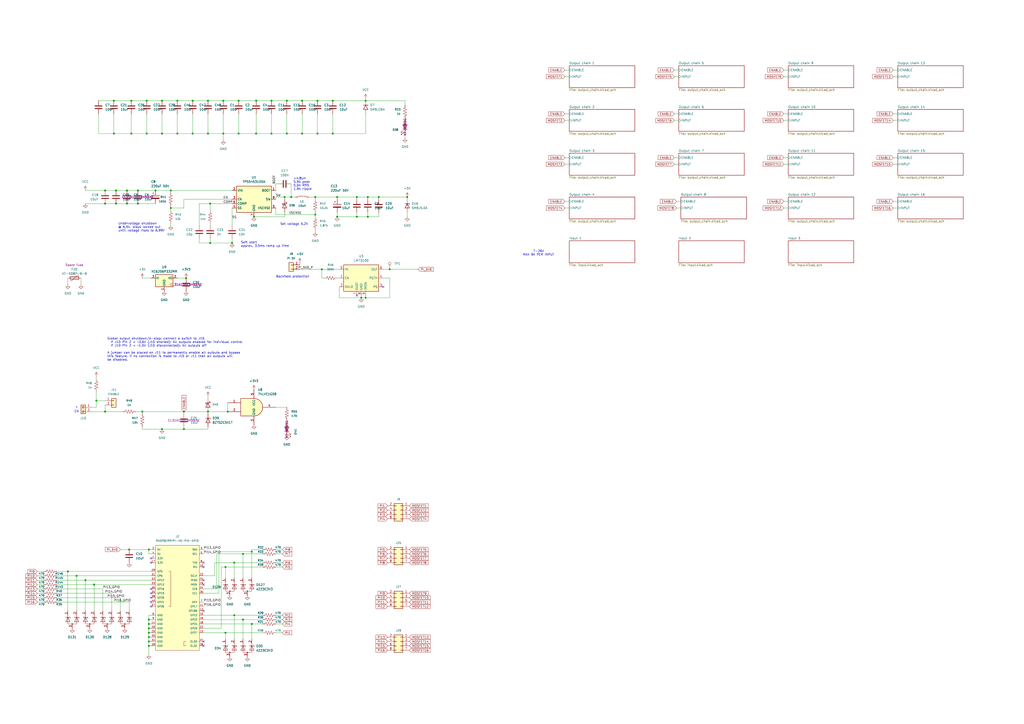
<source format=kicad_sch>
(kicad_sch (version 20250114) (generator "eeschema") (generator_version "9.0")
  (paper "A2")
  (title_block (title "Open Weed Locator - Driver Board") (date "2024-04-28") (rev "2.2"))
  (text "7-26V\nMAX 9A PER INPUT" (at 312.42 148.59 0) (effects (font (size 1.27 1.27)) (justify bottom)))
  (text "Undervoltage shutdown\n@ 6.5V, stays locked out\nuntil voltage rises to 6.99V" (at 68.58 134.62 0) (effects (font (size 1.27 1.27)) (justify left bottom)))
  (text "Backfeed protection" (at 160.02 161.29 0) (effects (font (size 1.27 1.27)) (justify left bottom)))
  (text "EN" (at 44.45 238.76 0) (effects (font (size 1.27 1.27))))
  (text "Soft start\napprox. 3.5ms ramp up time" (at 139.7 143.51 0) (effects (font (size 1.27 1.27)) (justify left bottom)))
  (text ">4.8uH\n5.9A peak\n5.0A RMS\n1.9A ripple" (at 170.18 110.49 0) (effects (font (size 1.27 1.27)) (justify left bottom)))
  (text "Set voltage 5.2V" (at 162.56 130.81 0) (effects (font (size 1.27 1.27)) (justify left bottom)))
  (text "Global output shutdown/e-stop: connect a switch to J10.\n  If J10 Pin 2 > ~3.6V (J10 shorted): All outputs enabled for individual control\n  If J10 Pin 2 < ~1.5V (J10 disconnected): All outputs off\n\nA jumper can be placed on J11 to permanently enable all outputs and bypass\nthis feature. If no connection is made to J10 or J11 then all outputs will\nbe disabled." (at 62.23 209.55 0) (effects (font (size 1.27 1.27)) (justify left bottom)))
  (text "+" (at 44.45 236.22 0) (effects (font (size 1.27 1.27))))
  (junction (at 82.55 238.76))
  (junction (at 157.48 58.42))
  (junction (at 107.95 161.29))
  (junction (at 134.62 140.97))
  (junction (at 175.26 77.47))
  (junction (at 80.01 110.49))
  (junction (at 120.65 58.42))
  (junction (at 147.32 125.73))
  (junction (at 99.06 110.49))
  (junction (at 212.09 58.42))
  (junction (at 86.36 372.11))
  (junction (at 236.22 114.3))
  (junction (at 86.36 374.65))
  (junction (at 93.98 58.42))
  (junction (at 85.09 77.47))
  (junction (at 166.37 58.42))
  (junction (at 207.01 114.3))
  (junction (at 86.36 364.49))
  (junction (at 39.37 331.47))
  (junction (at 175.26 58.42))
  (junction (at 67.31 110.49))
  (junction (at 44.45 334.01))
  (junction (at 102.87 77.47))
  (junction (at 76.2 77.47))
  (junction (at 120.65 77.47))
  (junction (at 86.36 367.03))
  (junction (at 168.91 114.3))
  (junction (at 54.61 339.09))
  (junction (at 135.89 356.87))
  (junction (at 146.05 361.95))
  (junction (at 135.89 326.39))
  (junction (at 130.81 367.03))
  (junction (at 90.17 110.49))
  (junction (at 209.55 172.72))
  (junction (at 49.53 336.55))
  (junction (at 148.59 58.42))
  (junction (at 186.69 156.21))
  (junction (at 73.66 110.49))
  (junction (at 195.58 125.73))
  (junction (at 182.88 124.46))
  (junction (at 166.37 77.47))
  (junction (at 138.43 58.42))
  (junction (at 132.08 238.76))
  (junction (at 129.54 58.42))
  (junction (at 66.04 58.42))
  (junction (at 73.66 118.11))
  (junction (at 138.43 77.47))
  (junction (at 85.09 58.42))
  (junction (at 99.06 120.65))
  (junction (at 93.98 248.92))
  (junction (at 120.65 238.76))
  (junction (at 193.04 77.47))
  (junction (at 86.36 369.57))
  (junction (at 76.2 58.42))
  (junction (at 148.59 77.47))
  (junction (at 80.01 118.11))
  (junction (at 130.81 328.93))
  (junction (at 86.36 361.95))
  (junction (at 146.05 320.04))
  (junction (at 184.15 58.42))
  (junction (at 102.87 58.42))
  (junction (at 184.15 77.47))
  (junction (at 111.76 77.47))
  (junction (at 106.68 248.92))
  (junction (at 195.58 114.3))
  (junction (at 55.88 232.41))
  (junction (at 226.06 156.21))
  (junction (at 60.96 118.11))
  (junction (at 111.76 58.42))
  (junction (at 213.36 114.3))
  (junction (at 86.36 359.41))
  (junction (at 219.71 114.3))
  (junction (at 121.92 140.97))
  (junction (at 193.04 58.42))
  (junction (at 106.68 238.76))
  (junction (at 67.31 118.11))
  (junction (at 165.1 114.3))
  (junction (at 140.97 321.31))
  (junction (at 182.88 114.3))
  (junction (at 207.01 125.73))
  (junction (at 140.97 359.41))
  (junction (at 60.96 110.49))
  (junction (at 66.04 77.47))
  (junction (at 74.93 318.77))
  (junction (at 93.98 77.47))
  (junction (at 129.54 77.47))
  (junction (at 60.96 238.76))
  (junction (at 121.92 118.11))
  (junction (at 213.36 125.73))
  (junction (at 86.36 318.77))
  (junction (at 212.09 172.72))
  (junction (at 157.48 77.47))
  (no_connect (at 118.11 328.93))
  (no_connect (at 87.63 323.85))
  (no_connect (at 87.63 346.71))
  (no_connect (at 87.63 341.63))
  (no_connect (at 87.63 344.17))
  (no_connect (at 118.11 374.65))
  (no_connect (at 87.63 349.25))
  (no_connect (at 118.11 339.09))
  (no_connect (at 87.63 326.39))
  (no_connect (at 87.63 351.79))
  (no_connect (at 222.25 166.37))
  (no_connect (at 118.11 372.11))
  (no_connect (at 207.01 171.45))
  (no_connect (at 118.11 336.55))
  (no_connect (at 118.11 326.39))
  (no_connect (at 118.11 354.33))
  (wire (pts (xy 130.81 367.03) (xy 130.81 370.84)))
  (wire (pts (xy 219.71 114.3) (xy 219.71 115.57)))
  (wire (pts (xy 118.11 341.63) (xy 125.73 341.63)))
  (wire (pts (xy 25.4 346.71) (xy 21.59 346.71)))
  (wire (pts (xy 226.06 161.29) (xy 226.06 172.72)))
  (wire (pts (xy 33.02 336.55) (xy 49.53 336.55)))
  (wire (pts (xy 327.66 95.25) (xy 330.2 95.25)))
  (wire (pts (xy 85.09 77.47) (xy 85.09 66.04)))
  (wire (pts (xy 106.68 238.76) (xy 106.68 240.03)))
  (wire (pts (xy 99.06 120.65) (xy 99.06 121.92)))
  (wire (pts (xy 160.02 359.41) (xy 163.83 359.41)))
  (wire (pts (xy 182.88 114.3) (xy 195.58 114.3)))
  (wire (pts (xy 391.16 40.64) (xy 393.7 40.64)))
  (wire (pts (xy 454.66 66.04) (xy 457.2 66.04)))
  (wire (pts (xy 106.68 247.65) (xy 106.68 248.92)))
  (wire (pts (xy 99.06 129.54) (xy 99.06 130.81)))
  (wire (pts (xy 138.43 58.42) (xy 148.59 58.42)))
  (wire (pts (xy 327.66 120.65) (xy 330.2 120.65)))
  (wire (pts (xy 134.62 120.65) (xy 134.62 130.81)))
  (wire (pts (xy 125.73 321.31) (xy 140.97 321.31)))
  (wire (pts (xy 518.16 69.85) (xy 520.7 69.85)))
  (wire (pts (xy 166.37 236.22) (xy 160.02 236.22)))
  (wire (pts (xy 135.89 326.39) (xy 124.46 326.39)))
  (wire (pts (xy 125.73 341.63) (xy 125.73 321.31)))
  (wire (pts (xy 86.36 372.11) (xy 86.36 374.65)))
  (wire (pts (xy 195.58 114.3) (xy 207.01 114.3)))
  (wire (pts (xy 146.05 318.77) (xy 152.4 318.77)))
  (wire (pts (xy 195.58 161.29) (xy 196.85 161.29)))
  (wire (pts (xy 129.54 77.47) (xy 138.43 77.47)))
  (wire (pts (xy 146.05 320.04) (xy 127 320.04)))
  (wire (pts (xy 25.4 339.09) (xy 21.59 339.09)))
  (wire (pts (xy 106.68 115.57) (xy 106.68 120.65)))
  (wire (pts (xy 86.36 361.95) (xy 86.36 364.49)))
  (wire (pts (xy 57.15 77.47) (xy 57.15 66.04)))
  (wire (pts (xy 86.36 369.57) (xy 86.36 372.11)))
  (wire (pts (xy 57.15 58.42) (xy 66.04 58.42)))
  (wire (pts (xy 157.48 77.47) (xy 166.37 77.47)))
  (wire (pts (xy 49.53 336.55) (xy 87.63 336.55)))
  (wire (pts (xy 130.81 328.93) (xy 152.4 328.93)))
  (wire (pts (xy 55.88 232.41) (xy 60.96 232.41)))
  (wire (pts (xy 193.04 77.47) (xy 212.09 77.47)))
  (wire (pts (xy 135.89 326.39) (xy 135.89 335.28)))
  (wire (pts (xy 86.36 367.03) (xy 87.63 367.03)))
  (wire (pts (xy 85.09 77.47) (xy 93.98 77.47)))
  (wire (pts (xy 134.62 140.97) (xy 134.62 138.43)))
  (wire (pts (xy 134.62 118.11) (xy 121.92 118.11)))
  (wire (pts (xy 130.81 328.93) (xy 130.81 335.28)))
  (wire (pts (xy 99.06 110.49) (xy 134.62 110.49)))
  (wire (pts (xy 82.55 238.76) (xy 82.55 240.03)))
  (wire (pts (xy 212.09 172.72) (xy 209.55 172.72)))
  (wire (pts (xy 25.4 349.25) (xy 21.59 349.25)))
  (wire (pts (xy 115.57 118.11) (xy 115.57 130.81)))
  (wire (pts (xy 102.87 66.04) (xy 102.87 77.47)))
  (wire (pts (xy 207.01 114.3) (xy 213.36 114.3)))
  (wire (pts (xy 118.11 361.95) (xy 146.05 361.95)))
  (wire (pts (xy 175.26 77.47) (xy 184.15 77.47)))
  (wire (pts (xy 391.16 91.44) (xy 393.7 91.44)))
  (wire (pts (xy 160.02 361.95) (xy 163.83 361.95)))
  (wire (pts (xy 102.87 58.42) (xy 111.76 58.42)))
  (wire (pts (xy 454.66 116.84) (xy 457.2 116.84)))
  (wire (pts (xy 82.55 248.92) (xy 93.98 248.92)))
  (wire (pts (xy 86.36 359.41) (xy 86.36 361.95)))
  (wire (pts (xy 86.36 318.77) (xy 87.63 318.77)))
  (wire (pts (xy 82.55 247.65) (xy 82.55 248.92)))
  (wire (pts (xy 182.88 124.46) (xy 182.88 125.73)))
  (wire (pts (xy 327.66 116.84) (xy 330.2 116.84)))
  (wire (pts (xy 327.66 69.85) (xy 330.2 69.85)))
  (wire (pts (xy 25.4 341.63) (xy 21.59 341.63)))
  (wire (pts (xy 165.1 114.3) (xy 168.91 114.3)))
  (wire (pts (xy 518.16 116.84) (xy 520.7 116.84)))
  (wire (pts (xy 69.85 318.77) (xy 74.93 318.77)))
  (wire (pts (xy 118.11 344.17) (xy 127 344.17)))
  (wire (pts (xy 121.92 140.97) (xy 134.62 140.97)))
  (wire (pts (xy 173.99 156.21) (xy 186.69 156.21)))
  (wire (pts (xy 186.69 156.21) (xy 186.69 161.29)))
  (wire (pts (xy 179.07 114.3) (xy 182.88 114.3)))
  (wire (pts (xy 78.74 238.76) (xy 82.55 238.76)))
  (wire (pts (xy 86.36 369.57) (xy 87.63 369.57)))
  (wire (pts (xy 86.36 359.41) (xy 87.63 359.41)))
  (wire (pts (xy 195.58 123.19) (xy 195.58 125.73)))
  (wire (pts (xy 118.11 367.03) (xy 130.81 367.03)))
  (wire (pts (xy 234.95 58.42) (xy 234.95 60.96)))
  (wire (pts (xy 454.66 44.45) (xy 457.2 44.45)))
  (wire (pts (xy 134.62 115.57) (xy 106.68 115.57)))
  (wire (pts (xy 135.89 356.87) (xy 152.4 356.87)))
  (wire (pts (xy 186.69 161.29) (xy 187.96 161.29)))
  (wire (pts (xy 86.36 364.49) (xy 86.36 367.03)))
  (wire (pts (xy 236.22 123.19) (xy 236.22 125.73)))
  (wire (pts (xy 160.02 326.39) (xy 163.83 326.39)))
  (wire (pts (xy 39.37 161.29) (xy 39.37 165.1)))
  (wire (pts (xy 120.65 238.76) (xy 120.65 240.03)))
  (wire (pts (xy 82.55 238.76) (xy 106.68 238.76)))
  (wire (pts (xy 74.93 318.77) (xy 86.36 318.77)))
  (wire (pts (xy 207.01 123.19) (xy 207.01 125.73)))
  (wire (pts (xy 111.76 77.47) (xy 120.65 77.47)))
  (wire (pts (xy 148.59 77.47) (xy 148.59 66.04)))
  (wire (pts (xy 60.96 118.11) (xy 67.31 118.11)))
  (wire (pts (xy 53.34 238.76) (xy 60.96 238.76)))
  (wire (pts (xy 120.65 247.65) (xy 120.65 248.92)))
  (wire (pts (xy 391.16 44.45) (xy 393.7 44.45)))
  (wire (pts (xy 138.43 77.47) (xy 138.43 66.04)))
  (wire (pts (xy 67.31 110.49) (xy 73.66 110.49)))
  (wire (pts (xy 115.57 140.97) (xy 121.92 140.97)))
  (wire (pts (xy 46.99 161.29) (xy 46.99 165.1)))
  (wire (pts (xy 86.36 364.49) (xy 87.63 364.49)))
  (wire (pts (xy 111.76 77.47) (xy 111.76 66.04)))
  (wire (pts (xy 74.93 349.25) (xy 74.93 354.33)))
  (wire (pts (xy 44.45 334.01) (xy 87.63 334.01)))
  (wire (pts (xy 160.02 328.93) (xy 163.83 328.93)))
  (wire (pts (xy 165.1 123.19) (xy 165.1 125.73)))
  (wire (pts (xy 57.15 77.47) (xy 66.04 77.47)))
  (wire (pts (xy 166.37 66.04) (xy 166.37 77.47)))
  (wire (pts (xy 54.61 339.09) (xy 54.61 354.33)))
  (wire (pts (xy 86.36 356.87) (xy 87.63 356.87)))
  (wire (pts (xy 226.06 156.21) (xy 242.57 156.21)))
  (wire (pts (xy 55.88 227.33) (xy 55.88 232.41)))
  (wire (pts (xy 182.88 114.3) (xy 182.88 115.57)))
  (wire (pts (xy 135.89 356.87) (xy 135.89 370.84)))
  (wire (pts (xy 234.95 77.47) (xy 234.95 80.01)))
  (wire (pts (xy 160.02 106.68) (xy 161.29 106.68)))
  (wire (pts (xy 129.54 58.42) (xy 138.43 58.42)))
  (wire (pts (xy 132.08 233.68) (xy 132.08 238.76)))
  (wire (pts (xy 175.26 58.42) (xy 184.15 58.42)))
  (wire (pts (xy 93.98 66.04) (xy 93.98 77.47)))
  (wire (pts (xy 140.97 359.41) (xy 152.4 359.41)))
  (wire (pts (xy 87.63 321.31) (xy 86.36 321.31)))
  (wire (pts (xy 86.36 374.65) (xy 86.36 379.73)))
  (wire (pts (xy 327.66 66.04) (xy 330.2 66.04)))
  (wire (pts (xy 140.97 321.31) (xy 140.97 335.28)))
  (wire (pts (xy 49.53 110.49) (xy 60.96 110.49)))
  (wire (pts (xy 49.53 118.11) (xy 60.96 118.11)))
  (wire (pts (xy 147.32 125.73) (xy 165.1 125.73)))
  (wire (pts (xy 219.71 125.73) (xy 213.36 125.73)))
  (wire (pts (xy 138.43 77.47) (xy 148.59 77.47)))
  (wire (pts (xy 518.16 40.64) (xy 520.7 40.64)))
  (wire (pts (xy 165.1 114.3) (xy 165.1 115.57)))
  (wire (pts (xy 33.02 341.63) (xy 59.69 341.63)))
  (wire (pts (xy 33.02 331.47) (xy 39.37 331.47)))
  (wire (pts (xy 160.02 114.3) (xy 165.1 114.3)))
  (wire (pts (xy 73.66 118.11) (xy 80.01 118.11)))
  (wire (pts (xy 33.02 346.71) (xy 69.85 346.71)))
  (wire (pts (xy 39.37 331.47) (xy 39.37 354.33)))
  (wire (pts (xy 39.37 331.47) (xy 87.63 331.47)))
  (wire (pts (xy 184.15 58.42) (xy 193.04 58.42)))
  (wire (pts (xy 518.16 66.04) (xy 520.7 66.04)))
  (wire (pts (xy 213.36 123.19) (xy 213.36 125.73)))
  (wire (pts (xy 118.11 359.41) (xy 140.97 359.41)))
  (wire (pts (xy 73.66 110.49) (xy 80.01 110.49)))
  (wire (pts (xy 66.04 77.47) (xy 66.04 66.04)))
  (wire (pts (xy 219.71 114.3) (xy 236.22 114.3)))
  (wire (pts (xy 148.59 58.42) (xy 157.48 58.42)))
  (wire (pts (xy 175.26 66.04) (xy 175.26 77.47)))
  (wire (pts (xy 160.02 367.03) (xy 163.83 367.03)))
  (wire (pts (xy 135.89 326.39) (xy 152.4 326.39)))
  (wire (pts (xy 60.96 110.49) (xy 67.31 110.49)))
  (wire (pts (xy 49.53 336.55) (xy 49.53 354.33)))
  (wire (pts (xy 130.81 367.03) (xy 152.4 367.03)))
  (wire (pts (xy 213.36 114.3) (xy 213.36 115.57)))
  (wire (pts (xy 85.09 58.42) (xy 93.98 58.42)))
  (wire (pts (xy 213.36 114.3) (xy 219.71 114.3)))
  (wire (pts (xy 391.16 69.85) (xy 393.7 69.85)))
  (wire (pts (xy 76.2 58.42) (xy 85.09 58.42)))
  (wire (pts (xy 146.05 361.95) (xy 152.4 361.95)))
  (wire (pts (xy 140.97 321.31) (xy 152.4 321.31)))
  (wire (pts (xy 124.46 326.39) (xy 124.46 334.01)))
  (wire (pts (xy 327.66 40.64) (xy 330.2 40.64)))
  (wire (pts (xy 106.68 238.76) (xy 120.65 238.76)))
  (wire (pts (xy 121.92 140.97) (xy 121.92 138.43)))
  (wire (pts (xy 454.66 40.64) (xy 457.2 40.64)))
  (wire (pts (xy 129.54 77.47) (xy 129.54 66.04)))
  (wire (pts (xy 182.88 123.19) (xy 182.88 124.46)))
  (wire (pts (xy 60.96 238.76) (xy 71.12 238.76)))
  (wire (pts (xy 86.36 361.95) (xy 87.63 361.95)))
  (wire (pts (xy 212.09 171.45) (xy 212.09 172.72)))
  (wire (pts (xy 454.66 95.25) (xy 457.2 95.25)))
  (wire (pts (xy 184.15 77.47) (xy 193.04 77.47)))
  (wire (pts (xy 182.88 133.35) (xy 182.88 134.62)))
  (wire (pts (xy 44.45 334.01) (xy 44.45 354.33)))
  (wire (pts (xy 124.46 334.01) (xy 118.11 334.01)))
  (wire (pts (xy 454.66 120.65) (xy 457.2 120.65)))
  (wire (pts (xy 391.16 66.04) (xy 393.7 66.04)))
  (wire (pts (xy 212.09 58.42) (xy 234.95 58.42)))
  (wire (pts (xy 120.65 58.42) (xy 129.54 58.42)))
  (wire (pts (xy 121.92 118.11) (xy 115.57 118.11)))
  (wire (pts (xy 115.57 140.97) (xy 115.57 138.43)))
  (wire (pts (xy 186.69 156.21) (xy 196.85 156.21)))
  (wire (pts (xy 146.05 361.95) (xy 146.05 370.84)))
  (wire (pts (xy 391.16 95.25) (xy 393.7 95.25)))
  (wire (pts (xy 160.02 321.31) (xy 163.83 321.31)))
  (wire (pts (xy 168.91 114.3) (xy 171.45 114.3)))
  (wire (pts (xy 327.66 91.44) (xy 330.2 91.44)))
  (wire (pts (xy 209.55 172.72) (xy 196.85 172.72)))
  (wire (pts (xy 212.09 57.15) (xy 212.09 58.42)))
  (wire (pts (xy 193.04 77.47) (xy 193.04 66.04)))
  (wire (pts (xy 212.09 77.47) (xy 212.09 66.04)))
  (wire (pts (xy 82.55 161.29) (xy 87.63 161.29)))
  (wire (pts (xy 222.25 156.21) (xy 226.06 156.21)))
  (wire (pts (xy 102.87 161.29) (xy 107.95 161.29)))
  (wire (pts (xy 128.27 328.93) (xy 128.27 364.49)))
  (wire (pts (xy 166.37 58.42) (xy 175.26 58.42)))
  (wire (pts (xy 168.91 106.68) (xy 168.91 114.3)))
  (wire (pts (xy 121.92 118.11) (xy 121.92 121.92)))
  (wire (pts (xy 226.06 172.72) (xy 212.09 172.72)))
  (wire (pts (xy 518.16 95.25) (xy 520.7 95.25)))
  (wire (pts (xy 140.97 359.41) (xy 140.97 370.84)))
  (wire (pts (xy 120.65 229.87) (xy 120.65 231.14)))
  (wire (pts (xy 160.02 106.68) (xy 160.02 110.49)))
  (wire (pts (xy 193.04 58.42) (xy 212.09 58.42)))
  (wire (pts (xy 111.76 58.42) (xy 120.65 58.42)))
  (wire (pts (xy 518.16 91.44) (xy 520.7 91.44)))
  (wire (pts (xy 196.85 172.72) (xy 196.85 166.37)))
  (wire (pts (xy 130.81 328.93) (xy 128.27 328.93)))
  (wire (pts (xy 106.68 120.65) (xy 99.06 120.65)))
  (wire (pts (xy 86.36 318.77) (xy 86.36 321.31)))
  (wire (pts (xy 454.66 69.85) (xy 457.2 69.85)))
  (wire (pts (xy 66.04 58.42) (xy 76.2 58.42)))
  (wire (pts (xy 33.02 344.17) (xy 64.77 344.17)))
  (wire (pts (xy 66.04 77.47) (xy 76.2 77.47)))
  (wire (pts (xy 86.36 367.03) (xy 86.36 369.57)))
  (wire (pts (xy 392.43 116.84) (xy 394.97 116.84)))
  (wire (pts (xy 157.48 77.47) (xy 157.48 66.04)))
  (wire (pts (xy 80.01 110.49) (xy 90.17 110.49)))
  (wire (pts (xy 222.25 161.29) (xy 226.06 161.29)))
  (wire (pts (xy 76.2 77.47) (xy 76.2 66.04)))
  (wire (pts (xy 219.71 123.19) (xy 219.71 125.73)))
  (wire (pts (xy 148.59 77.47) (xy 157.48 77.47)))
  (wire (pts (xy 236.22 114.3) (xy 236.22 115.57)))
  (wire (pts (xy 55.88 236.22) (xy 53.34 236.22)))
  (wire (pts (xy 120.65 238.76) (xy 132.08 238.76)))
  (wire (pts (xy 25.4 336.55) (xy 21.59 336.55)))
  (wire (pts (xy 120.65 77.47) (xy 120.65 66.04)))
  (wire (pts (xy 392.43 120.65) (xy 394.97 120.65)))
  (wire (pts (xy 86.36 374.65) (xy 87.63 374.65)))
  (wire (pts (xy 25.4 334.01) (xy 21.59 334.01)))
  (wire (pts (xy 195.58 125.73) (xy 207.01 125.73)))
  (wire (pts (xy 160.02 318.77) (xy 163.83 318.77)))
  (wire (pts (xy 518.16 44.45) (xy 520.7 44.45)))
  (wire (pts (xy 33.02 334.01) (xy 44.45 334.01)))
  (wire (pts (xy 173.99 152.4) (xy 173.99 153.67)))
  (wire (pts (xy 93.98 58.42) (xy 102.87 58.42)))
  (wire (pts (xy 166.37 243.84) (xy 166.37 245.11)))
  (wire (pts (xy 184.15 77.47) (xy 184.15 66.04)))
  (wire (pts (xy 59.69 341.63) (xy 59.69 354.33)))
  (wire (pts (xy 120.65 77.47) (xy 129.54 77.47)))
  (wire (pts (xy 234.95 68.58) (xy 234.95 69.85)))
  (wire (pts (xy 454.66 91.44) (xy 457.2 91.44)))
  (wire (pts (xy 127 320.04) (xy 127 344.17)))
  (wire (pts (xy 146.05 320.04) (xy 146.05 318.77)))
  (wire (pts (xy 86.36 372.11) (xy 87.63 372.11)))
  (wire (pts (xy 157.48 58.42) (xy 166.37 58.42)))
  (wire (pts (xy 166.37 77.47) (xy 175.26 77.47)))
  (wire (pts (xy 60.96 234.95) (xy 60.96 238.76)))
  (wire (pts (xy 33.02 339.09) (xy 54.61 339.09)))
  (wire (pts (xy 160.02 124.46) (xy 182.88 124.46)))
  (wire (pts (xy 55.88 218.44) (xy 55.88 219.71)))
  (wire (pts (xy 25.4 331.47) (xy 21.59 331.47)))
  (wire (pts (xy 33.02 349.25) (xy 74.93 349.25)))
  (wire (pts (xy 146.05 320.04) (xy 146.05 335.28)))
  (wire (pts (xy 207.01 114.3) (xy 207.01 115.57)))
  (wire (pts (xy 90.17 110.49) (xy 99.06 110.49)))
  (wire (pts (xy 160.02 114.3) (xy 160.02 115.57)))
  (wire (pts (xy 518.16 120.65) (xy 520.7 120.65)))
  (wire (pts (xy 86.36 356.87) (xy 86.36 359.41)))
  (wire (pts (xy 128.27 364.49) (xy 118.11 364.49)))
  (wire (pts (xy 160.02 120.65) (xy 160.02 124.46)))
  (wire (pts (xy 55.88 232.41) (xy 55.88 236.22)))
  (wire (pts (xy 118.11 356.87) (xy 135.89 356.87)))
  (wire (pts (xy 25.4 344.17) (xy 21.59 344.17)))
  (wire (pts (xy 67.31 118.11) (xy 73.66 118.11)))
  (wire (pts (xy 209.55 171.45) (xy 209.55 172.72)))
  (wire (pts (xy 93.98 248.92) (xy 106.68 248.92)))
  (wire (pts (xy 160.02 356.87) (xy 163.83 356.87)))
  (wire (pts (xy 102.87 77.47) (xy 111.76 77.47)))
  (wire (pts (xy 207.01 125.73) (xy 213.36 125.73)))
  (wire (pts (xy 195.58 114.3) (xy 195.58 115.57)))
  (wire (pts (xy 69.85 346.71) (xy 69.85 354.33)))
  (wire (pts (xy 93.98 77.47) (xy 102.87 77.47)))
  (wire (pts (xy 106.68 248.92) (xy 120.65 248.92)))
  (wire (pts (xy 327.66 44.45) (xy 330.2 44.45)))
  (wire (pts (xy 80.01 118.11) (xy 90.17 118.11)))
  (wire (pts (xy 54.61 339.09) (xy 87.63 339.09)))
  (wire (pts (xy 99.06 119.38) (xy 99.06 120.65)))
  (wire (pts (xy 64.77 344.17) (xy 64.77 354.33)))
  (wire (pts (xy 76.2 77.47) (xy 85.09 77.47)))
  (wire (pts (xy 99.06 110.49) (xy 99.06 111.76)))
  (wire (pts (xy 121.92 129.54) (xy 121.92 130.81)))
  (wire (pts (xy 129.54 77.47) (xy 129.54 81.28)))
  (label "VSENSE" (at 167.64 124.46 0))
  (label "PI_5V0_P" (at 181.61 156.21 180))
  (label "PI16_GPIO" (at 118.11 351.79 0))
  (label "EN" (at 129.54 115.57 0))
  (label "SW" (at 160.02 114.3 0))
  (label "COMP" (at 129.54 118.11 0))
  (label "PI13_GPIO" (at 118.11 318.77 0))
  (label "SS" (at 134.62 127 0))
  (label "PI16_GPIO" (at 66.04 349.25 0))
  (label "PI14_GPIO" (at 60.96 344.17 0))
  (label "PI15_GPIO" (at 62.23 346.71 0))
  (label "PI13_GPIO" (at 59.69 341.63 0))
  (label "PI15_GPIO" (at 118.11 349.25 0))
  (label "PI14_GPIO" (at 118.11 321.31 0))
  (label "BOOT" (at 160.02 106.68 90))
  (global_label "MOSFET3" (shape input) (at 237.49 298.45 0) (property "Intersheetrefs" "${INTERSHEET_REFS}" (effects (hide yes))))
  (global_label "MOSFET5" (shape input) (at 391.16 44.45 180) (property "Intersheetrefs" "${INTERSHEET_REFS}" (effects (hide yes))))
  (global_label "ENABLE" (shape input) (at 106.68 238.76 90) (property "Intersheetrefs" "${INTERSHEET_REFS}" (effects (hide yes))))
  (global_label "ENABLE" (shape input) (at 327.66 116.84 180) (property "Intersheetrefs" "${INTERSHEET_REFS}" (effects (hide yes))))
  (global_label "MOSFET10" (shape input) (at 237.49 346.71 0) (property "Intersheetrefs" "${INTERSHEET_REFS}" (effects (hide yes))))
  (global_label "MOSFET16" (shape input) (at 237.49 377.19 0) (property "Intersheetrefs" "${INTERSHEET_REFS}" (effects (hide yes))))
  (global_label "ENABLE" (shape input) (at 518.16 91.44 180) (property "Intersheetrefs" "${INTERSHEET_REFS}" (effects (hide yes))))
  (global_label "MOSFET16" (shape input) (at 518.16 120.65 180) (property "Intersheetrefs" "${INTERSHEET_REFS}" (effects (hide yes))))
  (global_label "ENABLE" (shape input) (at 454.66 116.84 180) (property "Intersheetrefs" "${INTERSHEET_REFS}" (effects (hide yes))))
  (global_label "MOSFET15" (shape input) (at 237.49 374.65 0) (property "Intersheetrefs" "${INTERSHEET_REFS}" (effects (hide yes))))
  (global_label "MOSFET2" (shape input) (at 237.49 295.91 0) (property "Intersheetrefs" "${INTERSHEET_REFS}" (effects (hide yes))))
  (global_label "MOSFET12" (shape input) (at 454.66 120.65 180) (property "Intersheetrefs" "${INTERSHEET_REFS}" (effects (hide yes))))
  (global_label "ENABLE" (shape input) (at 454.66 40.64 180) (property "Intersheetrefs" "${INTERSHEET_REFS}" (effects (hide yes))))
  (global_label "PI3" (shape input) (at 224.79 298.45 180) (property "Intersheetrefs" "${INTERSHEET_REFS}" (effects (hide yes))))
  (global_label "ENABLE" (shape input) (at 518.16 40.64 180) (property "Intersheetrefs" "${INTERSHEET_REFS}" (effects (hide yes))))
  (global_label "PI12" (shape input) (at 224.79 351.79 180) (property "Intersheetrefs" "${INTERSHEET_REFS}" (effects (hide yes))))
  (global_label "PI15" (shape input) (at 224.79 374.65 180) (property "Intersheetrefs" "${INTERSHEET_REFS}" (effects (hide yes))))
  (global_label "PI14" (shape input) (at 224.79 372.11 180) (property "Intersheetrefs" "${INTERSHEET_REFS}" (effects (hide yes))))
  (global_label "ENABLE" (shape input) (at 327.66 91.44 180) (property "Intersheetrefs" "${INTERSHEET_REFS}" (effects (hide yes))))
  (global_label "MOSFET6" (shape input) (at 237.49 321.31 0) (property "Intersheetrefs" "${INTERSHEET_REFS}" (effects (hide yes))))
  (global_label "MOSFET4" (shape input) (at 237.49 300.99 0) (property "Intersheetrefs" "${INTERSHEET_REFS}" (effects (hide yes))))
  (global_label "PI10" (shape input) (at 224.79 346.71 180) (property "Intersheetrefs" "${INTERSHEET_REFS}" (effects (hide yes))))
  (global_label "MOSFET10" (shape input) (at 454.66 69.85 180) (property "Intersheetrefs" "${INTERSHEET_REFS}" (effects (hide yes))))
  (global_label "ENABLE" (shape input) (at 518.16 66.04 180) (property "Intersheetrefs" "${INTERSHEET_REFS}" (effects (hide yes))))
  (global_label "PI15" (shape input) (at 21.59 346.71 180) (property "Intersheetrefs" "${INTERSHEET_REFS}" (effects (hide yes))))
  (global_label "MOSFET11" (shape input) (at 454.66 95.25 180) (property "Intersheetrefs" "${INTERSHEET_REFS}" (effects (hide yes))))
  (global_label "MOSFET9" (shape input) (at 237.49 344.17 0) (property "Intersheetrefs" "${INTERSHEET_REFS}" (effects (hide yes))))
  (global_label "MOSFET7" (shape input) (at 237.49 323.85 0) (property "Intersheetrefs" "${INTERSHEET_REFS}" (effects (hide yes))))
  (global_label "MOSFET13" (shape input) (at 518.16 44.45 180) (property "Intersheetrefs" "${INTERSHEET_REFS}" (effects (hide yes))))
  (global_label "PI_5V0" (shape input) (at 69.85 318.77 180) (property "Intersheetrefs" "${INTERSHEET_REFS}" (effects (hide yes))))
  (global_label "PI16" (shape input) (at 21.59 349.25 180) (property "Intersheetrefs" "${INTERSHEET_REFS}" (effects (hide yes))))
  (global_label "PI_5V0" (shape input) (at 242.57 156.21 0) (property "Intersheetrefs" "${INTERSHEET_REFS}" (effects (hide yes))))
  (global_label "MOSFET11" (shape input) (at 237.49 349.25 0) (property "Intersheetrefs" "${INTERSHEET_REFS}" (effects (hide yes))))
  (global_label "MOSFET1" (shape input) (at 327.66 44.45 180) (property "Intersheetrefs" "${INTERSHEET_REFS}" (effects (hide yes))))
  (global_label "MOSFET15" (shape input) (at 518.16 95.25 180) (property "Intersheetrefs" "${INTERSHEET_REFS}" (effects (hide yes))))
  (global_label "MOSFET1" (shape input) (at 237.49 293.37 0) (property "Intersheetrefs" "${INTERSHEET_REFS}" (effects (hide yes))))
  (global_label "PI10" (shape input) (at 21.59 334.01 180) (property "Intersheetrefs" "${INTERSHEET_REFS}" (effects (hide yes))))
  (global_label "PI2" (shape input) (at 163.83 356.87 0) (property "Intersheetrefs" "${INTERSHEET_REFS}" (effects (hide yes))))
  (global_label "PI2" (shape input) (at 224.79 295.91 180) (property "Intersheetrefs" "${INTERSHEET_REFS}" (effects (hide yes))))
  (global_label "ENABLE" (shape input) (at 392.43 116.84 180) (property "Intersheetrefs" "${INTERSHEET_REFS}" (effects (hide yes))))
  (global_label "ENABLE" (shape input) (at 391.16 66.04 180) (property "Intersheetrefs" "${INTERSHEET_REFS}" (effects (hide yes))))
  (global_label "ENABLE" (shape input) (at 327.66 66.04 180) (property "Intersheetrefs" "${INTERSHEET_REFS}" (effects (hide yes))))
  (global_label "PI9" (shape input) (at 21.59 331.47 180) (property "Intersheetrefs" "${INTERSHEET_REFS}" (effects (hide yes))))
  (global_label "ENABLE" (shape input) (at 454.66 66.04 180) (property "Intersheetrefs" "${INTERSHEET_REFS}" (effects (hide yes))))
  (global_label "PI16" (shape input) (at 224.79 377.19 180) (property "Intersheetrefs" "${INTERSHEET_REFS}" (effects (hide yes))))
  (global_label "PI12" (shape input) (at 21.59 339.09 180) (property "Intersheetrefs" "${INTERSHEET_REFS}" (effects (hide yes))))
  (global_label "ENABLE" (shape input) (at 518.16 116.84 180) (property "Intersheetrefs" "${INTERSHEET_REFS}" (effects (hide yes))))
  (global_label "ENABLE" (shape input) (at 454.66 91.44 180) (property "Intersheetrefs" "${INTERSHEET_REFS}" (effects (hide yes))))
  (global_label "PI6" (shape input) (at 163.83 326.39 0) (property "Intersheetrefs" "${INTERSHEET_REFS}" (effects (hide yes))))
  (global_label "PI8" (shape input) (at 163.83 318.77 0) (property "Intersheetrefs" "${INTERSHEET_REFS}" (effects (hide yes))))
  (global_label "PI11" (shape input) (at 224.79 349.25 180) (property "Intersheetrefs" "${INTERSHEET_REFS}" (effects (hide yes))))
  (global_label "PI9" (shape input) (at 224.79 344.17 180) (property "Intersheetrefs" "${INTERSHEET_REFS}" (effects (hide yes))))
  (global_label "PI5" (shape input) (at 224.79 318.77 180) (property "Intersheetrefs" "${INTERSHEET_REFS}" (effects (hide yes))))
  (global_label "MOSFET14" (shape input) (at 518.16 69.85 180) (property "Intersheetrefs" "${INTERSHEET_REFS}" (effects (hide yes))))
  (global_label "MOSFET13" (shape input) (at 237.49 369.57 0) (property "Intersheetrefs" "${INTERSHEET_REFS}" (effects (hide yes))))
  (global_label "PI6" (shape input) (at 224.79 321.31 180) (property "Intersheetrefs" "${INTERSHEET_REFS}" (effects (hide yes))))
  (global_label "PI1" (shape input) (at 163.83 367.03 0) (property "Intersheetrefs" "${INTERSHEET_REFS}" (effects (hide yes))))
  (global_label "MOSFET9" (shape input) (at 454.66 44.45 180) (property "Intersheetrefs" "${INTERSHEET_REFS}" (effects (hide yes))))
  (global_label "PI1" (shape input) (at 224.79 293.37 180) (property "Intersheetrefs" "${INTERSHEET_REFS}" (effects (hide yes))))
  (global_label "PI14" (shape input) (at 21.59 344.17 180) (property "Intersheetrefs" "${INTERSHEET_REFS}" (effects (hide yes))))
  (global_label "MOSFET3" (shape input) (at 327.66 95.25 180) (property "Intersheetrefs" "${INTERSHEET_REFS}" (effects (hide yes))))
  (global_label "PI4" (shape input) (at 163.83 361.95 0) (property "Intersheetrefs" "${INTERSHEET_REFS}" (effects (hide yes))))
  (global_label "PI7" (shape input) (at 163.83 321.31 0) (property "Intersheetrefs" "${INTERSHEET_REFS}" (effects (hide yes))))
  (global_label "MOSFET8" (shape input) (at 392.43 120.65 180) (property "Intersheetrefs" "${INTERSHEET_REFS}" (effects (hide yes))))
  (global_label "MOSFET7" (shape input) (at 391.16 95.25 180) (property "Intersheetrefs" "${INTERSHEET_REFS}" (effects (hide yes))))
  (global_label "PI11" (shape input) (at 21.59 336.55 180) (property "Intersheetrefs" "${INTERSHEET_REFS}" (effects (hide yes))))
  (global_label "ENABLE" (shape input) (at 327.66 40.64 180) (property "Intersheetrefs" "${INTERSHEET_REFS}" (effects (hide yes))))
  (global_label "PI3" (shape input) (at 163.83 359.41 0) (property "Intersheetrefs" "${INTERSHEET_REFS}" (effects (hide yes))))
  (global_label "PI8" (shape input) (at 224.79 326.39 180) (property "Intersheetrefs" "${INTERSHEET_REFS}" (effects (hide yes))))
  (global_label "MOSFET8" (shape input) (at 237.49 326.39 0) (property "Intersheetrefs" "${INTERSHEET_REFS}" (effects (hide yes))))
  (global_label "MOSFET2" (shape input) (at 327.66 69.85 180) (property "Intersheetrefs" "${INTERSHEET_REFS}" (effects (hide yes))))
  (global_label "MOSFET14" (shape input) (at 237.49 372.11 0) (property "Intersheetrefs" "${INTERSHEET_REFS}" (effects (hide yes))))
  (global_label "MOSFET5" (shape input) (at 237.49 318.77 0) (property "Intersheetrefs" "${INTERSHEET_REFS}" (effects (hide yes))))
  (global_label "ENABLE" (shape input) (at 391.16 91.44 180) (property "Intersheetrefs" "${INTERSHEET_REFS}" (effects (hide yes))))
  (global_label "PI5" (shape input) (at 163.83 328.93 0) (property "Intersheetrefs" "${INTERSHEET_REFS}" (effects (hide yes))))
  (global_label "PI7" (shape input) (at 224.79 323.85 180) (property "Intersheetrefs" "${INTERSHEET_REFS}" (effects (hide yes))))
  (global_label "MOSFET12" (shape input) (at 237.49 351.79 0) (property "Intersheetrefs" "${INTERSHEET_REFS}" (effects (hide yes))))
  (global_label "MOSFET4" (shape input) (at 327.66 120.65 180) (property "Intersheetrefs" "${INTERSHEET_REFS}" (effects (hide yes))))
  (global_label "PI4" (shape input) (at 224.79 300.99 180) (property "Intersheetrefs" "${INTERSHEET_REFS}" (effects (hide yes))))
  (global_label "PI13" (shape input) (at 224.79 369.57 180) (property "Intersheetrefs" "${INTERSHEET_REFS}" (effects (hide yes))))
  (global_label "PI13" (shape input) (at 21.59 341.63 180) (property "Intersheetrefs" "${INTERSHEET_REFS}" (effects (hide yes))))
  (global_label "MOSFET6" (shape input) (at 391.16 69.85 180) (property "Intersheetrefs" "${INTERSHEET_REFS}" (effects (hide yes))))
  (global_label "ENABLE" (shape input) (at 391.16 40.64 180) (property "Intersheetrefs" "${INTERSHEET_REFS}" (effects (hide yes))))
  (symbol (lib_id "power:VCC") (at 120.65 229.87 0) (unit 1)
    (property "Reference" "#PWR011" (effects (hide yes)))
    (property "Value" "VCC" (at 120.65 224.79 0))
  )
  (symbol (lib_id "power:GND") (at 72.39 364.49 0) (mirror y) (unit 1)
    (property "Reference" "#PWR0150" (effects (hide yes)))
    (property "Value" "GND" (effects (hide yes)))
  )
  (symbol (lib_id "Device:R_US") (at 55.88 223.52 0) (unit 1)
    (property "Reference" "R48" (at 53.34 222.25 0) (effects (font (size 1.143 1.143)) (justify right)))
    (property "Value" "1k" (at 53.34 224.79 0) (effects (font (size 1.143 1.143)) (justify right)))
    (property "Footprint" "Resistor_SMD:R_0603_1608Metric" (effects (hide yes)))
    (property "Datasheet" "https://datasheet.lcsc.com/lcsc/2206010130_UNI-ROYAL-Uniroyal-Elec-0603WAF1001T5E_C21190.pdf" (effects (hide yes)))
    (property "LCSC" "C21190" (effects (hide yes)))
  )
  (symbol (lib_id "Device:R_US") (at 29.21 344.17 270) (unit 1)
    (property "Reference" "R37" (at 34.29 345.44 90) (effects (font (size 1.143 1.143))))
    (property "Value" "470" (at 24.13 345.44 90) (effects (font (size 1.143 1.143))))
    (property "Footprint" "Resistor_SMD:R_0603_1608Metric" (effects (hide yes)))
    (property "Datasheet" "https://datasheet.lcsc.com/lcsc/2205311845_UNI-ROYAL-Uniroyal-Elec-0603WAJ0471T5E_C25241.pdf" (effects (hide yes)))
    (property "LCSC" "C25241" (effects (hide yes)))
  )
  (symbol (lib_id "power:GND") (at 41.91 364.49 0) (mirror y) (unit 1)
    (property "Reference" "#PWR0147" (effects (hide yes)))
    (property "Value" "GND" (effects (hide yes)))
  )
  (symbol (lib_id "Device:C") (at 85.09 62.23 0) (unit 1)
    (property "Reference" "C27" (at 88.9 60.9599 0) (effects (justify left)))
    (property "Value" "10uF" (at 88.9 63.4999 0) (effects (justify left)))
    (property "Footprint" "misc:C_1206_3216Metric_nosilk" (effects (hide yes)))
    (property "Part" "CL31A106KBHNNNE" (effects (hide yes)))
    (property "LCSC" "C13585" (effects (hide yes)))
  )
  (symbol (lib_id "Diode:2BZX84Cxx") (at 41.91 359.41 0) (unit 1)
    (property "Reference" "D131" (at 44.45 369.57 0) (effects (justify right)))
    (property "Value" "AZ23C3V3" (effects (hide yes)))
    (property "Footprint" "misc:SOT-23_nosilk" (effects (hide yes)))
    (property "Datasheet" "https://datasheet.lcsc.com/lcsc/2201131330_Yangzhou-Yangjie-Elec-Tech-AZ23C3V3_C968007.pdf" (effects (hide yes)))
    (property "LCSC" "C968007" (effects (hide yes)))
  )
  (symbol (lib_id "Device:C") (at 57.15 62.23 0) (unit 1)
    (property "Reference" "C7" (at 60.96 60.9599 0) (effects (justify left)))
    (property "Value" "10uF" (at 60.96 63.4999 0) (effects (justify left)))
    (property "Footprint" "misc:C_1206_3216Metric_nosilk" (effects (hide yes)))
    (property "Part" "CL31A106KBHNNNE" (effects (hide yes)))
    (property "LCSC" "C13585" (effects (hide yes)))
  )
  (symbol (lib_id "Device:R_US") (at 191.77 161.29 270) (unit 1)
    (property "Reference" "R46" (at 191.77 153.67 90) (effects (font (size 1.143 1.143))))
    (property "Value" "360k" (at 191.77 156.21 90) (effects (font (size 1.143 1.143))))
    (property "Footprint" "Resistor_SMD:R_0603_1608Metric" (effects (hide yes)))
    (property "Datasheet" "https://datasheet.lcsc.com/lcsc/2206010216_UNI-ROYAL-Uniroyal-Elec-0603WAJ0103T5E_C15401.pdf" (effects (hide yes)))
    (property "Part" "0603WAF3603T5E" (effects (hide yes)))
    (property "LCSC" "C23146" (effects (hide yes)))
  )
  (symbol (lib_id "power:VCC") (at 212.09 57.15 0) (unit 1)
    (property "Reference" "#PWR0114" (effects (hide yes)))
    (property "Value" "VCC" (at 212.09 52.07 0))
  )
  (symbol (lib_id "Device:C") (at 148.59 62.23 0) (unit 1)
    (property "Reference" "C4" (at 152.4 60.9599 0) (effects (justify left)))
    (property "Value" "10uF" (at 152.4 63.4999 0) (effects (justify left)))
    (property "Footprint" "misc:C_1206_3216Metric_nosilk" (effects (hide yes)))
    (property "Part" "CL31A106KBHNNNE" (effects (hide yes)))
    (property "LCSC" "C13585" (effects (hide yes)))
  )
  (symbol (lib_id "Diode:2BZX84Cxx") (at 143.51 375.92 0) (unit 1)
    (property "Reference" "D35" (at 148.59 374.7769 0) (effects (justify left)))
    (property "Value" "AZ23C3V3" (at 148.59 377.3169 0) (effects (justify left)))
    (property "Footprint" "misc:SOT-23_nosilk" (effects (hide yes)))
    (property "Datasheet" "https://datasheet.lcsc.com/lcsc/2201131330_Yangzhou-Yangjie-Elec-Tech-AZ23C3V3_C968007.pdf" (effects (hide yes)))
    (property "LCSC" "C968007" (effects (hide yes)))
  )
  (symbol (lib_id "Connector_Generic:Conn_02x04_Odd_Even") (at 232.41 295.91 0) (mirror y) (unit 1)
    (property "Reference" "J6" (at 231.14 289.56 0) (effects (font (size 1.143 1.143))))
    (property "Value" "CONN_04X2" (effects (hide yes)))
    (property "Footprint" "misc:Connector_PinHeader_2x04_P2.54mm_Vertical_nosilk" (effects (hide yes)))
    (property "Datasheet" "https://datasheet.lcsc.com/lcsc/2201121730_DEALON-DZ200R-22-08-39_C2935959.pdf" (effects (hide yes)))
    (property "LCSC" "C358693" (effects (hide yes)))
  )
  (symbol (lib_id "Device:R_US") (at 182.88 119.38 180) (unit 1)
    (property "Reference" "R42" (at 185.42 118.11 0) (effects (font (size 1.143 1.143)) (justify right)))
    (property "Value" "10.2k" (at 185.42 120.65 0) (effects (font (size 1.143 1.143)) (justify right)))
    (property "Footprint" "Resistor_SMD:R_0603_1608Metric" (effects (hide yes)))
    (property "Datasheet" "https://datasheet.lcsc.com/lcsc/2206010216_UNI-ROYAL-Uniroyal-Elec-0603WAJ0103T5E_C15401.pdf" (effects (hide yes)))
    (property "Part" "0603WAF1022T5E" (effects (hide yes)))
    (property "LCSC" "C22772" (effects (hide yes)))
  )
  (symbol (lib_id "power:GND") (at 99.06 130.81 0) (unit 1)
    (property "Reference" "#PWR0152" (effects (hide yes)))
    (property "Value" "GND" (at 99.06 135.89 0))
  )
  (symbol (lib_id "Device:C") (at 193.04 62.23 0) (unit 1)
    (property "Reference" "C12" (at 196.85 60.9599 0) (effects (justify left)))
    (property "Value" "10uF" (at 196.85 63.4999 0) (effects (justify left)))
    (property "Footprint" "misc:C_1206_3216Metric_nosilk" (effects (hide yes)))
    (property "Part" "CL31A106KBHNNNE" (effects (hide yes)))
    (property "LCSC" "C13585" (effects (hide yes)))
  )
  (symbol (lib_id "Connector:Screw_Terminal_01x02") (at 48.26 236.22 0) (mirror y) (unit 1)
    (property "Reference" "J10" (at 48.26 242.57 0))
    (property "Value" "1890963" (effects (hide yes)))
    (property "Footprint" "Connector_JST:JST_VH_B2P-VH_1x02_P3.96mm_Vertical" (effects (hide yes)))
    (property "LCSC" "C265114 " (effects (hide yes)))
  )
  (symbol (lib_id "power:GND") (at 234.95 80.01 0) (unit 1)
    (property "Reference" "#PWR0233" (effects (hide yes)))
    (property "Value" "GND" (at 234.95 85.09 0))
  )
  (symbol (lib_id "Device:R_US") (at 156.21 321.31 90) (unit 1)
    (property "Reference" "R33" (at 151.13 320.04 90) (effects (font (size 1.143 1.143))))
    (property "Value" "470" (at 161.29 320.04 90) (effects (font (size 1.143 1.143))))
    (property "Footprint" "Resistor_SMD:R_0603_1608Metric" (effects (hide yes)))
    (property "Datasheet" "https://datasheet.lcsc.com/lcsc/2205311845_UNI-ROYAL-Uniroyal-Elec-0603WAJ0471T5E_C25241.pdf" (effects (hide yes)))
    (property "LCSC" "C25241" (effects (hide yes)))
  )
  (symbol (lib_id "Device:R_US") (at 166.37 240.03 180) (unit 1)
    (property "Reference" "R55" (at 168.91 238.76 0) (effects (font (size 1.143 1.143)) (justify right)))
    (property "Value" "470" (at 168.91 241.3 0) (effects (font (size 1.143 1.143)) (justify right)))
    (property "Footprint" "Resistor_SMD:R_0603_1608Metric" (effects (hide yes)))
    (property "Datasheet" "https://datasheet.lcsc.com/lcsc/2205311845_UNI-ROYAL-Uniroyal-Elec-0603WAJ0471T5E_C25241.pdf" (effects (hide yes)))
    (property "LCSC" "C25241" (effects (hide yes)))
  )
  (symbol (lib_id "power:GND") (at 46.99 165.1 0) (unit 1)
    (property "Reference" "#PWR0234" (effects (hide yes)))
    (property "Value" "GND" (at 46.99 170.18 0))
  )
  (symbol (lib_id "power:GND") (at 107.95 168.91 0) (unit 1)
    (property "Reference" "#PWR030" (effects (hide yes)))
    (property "Value" "GND" (at 107.95 173.99 0))
  )
  (symbol (lib_id "Device:R_US") (at 156.21 328.93 90) (unit 1)
    (property "Reference" "R39" (at 151.13 327.66 90) (effects (font (size 1.143 1.143))))
    (property "Value" "470" (at 161.29 327.66 90) (effects (font (size 1.143 1.143))))
    (property "Footprint" "Resistor_SMD:R_0603_1608Metric" (effects (hide yes)))
    (property "Datasheet" "https://datasheet.lcsc.com/lcsc/2205311845_UNI-ROYAL-Uniroyal-Elec-0603WAJ0471T5E_C25241.pdf" (effects (hide yes)))
    (property "LCSC" "C25241" (effects (hide yes)))
  )
  (symbol (lib_id "power:+5V") (at 236.22 114.3 0) (unit 1)
    (property "Reference" "#PWR0116" (effects (hide yes)))
    (property "Value" "+5V" (at 236.22 109.22 0))
  )
  (symbol (lib_id "Device:C") (at 106.68 243.84 0) (unit 1)
    (property "Reference" "C25" (at 110.49 242.5699 0) (effects (justify left)))
    (property "Value" "10uF" (at 110.49 245.1099 0) (effects (justify left)))
    (property "Footprint" "misc:C_1206_3216Metric_nosilk" (effects (hide yes)))
    (property "LCSC" "C13585" (effects (hide yes)))
    (property "Part" "CL31A106KBHNNNE" (at 106.68 243.84 0))
  )
  (symbol (lib_id "Device:R_US") (at 121.92 125.73 0) (unit 1)
    (property "Reference" "R44" (at 119.38 124.46 0) (effects (font (size 1.143 1.143)) (justify right)))
    (property "Value" "14k" (at 119.38 127 0) (effects (font (size 1.143 1.143)) (justify right)))
    (property "Footprint" "Resistor_SMD:R_0603_1608Metric" (effects (hide yes)))
    (property "Datasheet" "https://datasheet.lcsc.com/lcsc/2206010216_UNI-ROYAL-Uniroyal-Elec-0603WAJ0103T5E_C15401.pdf" (effects (hide yes)))
    (property "LCSC" "C22803" (effects (hide yes)))
    (property "Part" "0603WAF1402T5E" (effects (hide yes)))
    (property "Note" "0603WAF1402T5E" (effects (hide yes)))
  )
  (symbol (lib_id "Device:C") (at 121.92 134.62 0) (unit 1)
    (property "Reference" "C23" (at 125.73 133.3499 0) (effects (justify left)))
    (property "Value" "2n" (at 125.73 135.8899 0) (effects (justify left)))
    (property "Footprint" "misc:C_0603_1608Metric_nosilk" (effects (hide yes)))
    (property "Datasheet" "https://datasheet.lcsc.com/lcsc/1810221112_Samsung-Electro-Mechanics-CL31A106KBHNNNE_C13585.pdf" (effects (hide yes)))
    (property "Part" "GCM1885C1H202FA16J" (effects (hide yes)))
    (property "LCSC" "C1870141" (effects (hide yes)))
  )
  (symbol (lib_id "Device:R_US") (at 156.21 361.95 90) (unit 1)
    (property "Reference" "R31" (at 151.13 360.68 90) (effects (font (size 1.143 1.143))))
    (property "Value" "470" (at 161.29 360.68 90) (effects (font (size 1.143 1.143))))
    (property "Footprint" "Resistor_SMD:R_0603_1608Metric" (effects (hide yes)))
    (property "Datasheet" "https://datasheet.lcsc.com/lcsc/2205311845_UNI-ROYAL-Uniroyal-Elec-0603WAJ0471T5E_C25241.pdf" (effects (hide yes)))
    (property "LCSC" "C25241" (effects (hide yes)))
  )
  (symbol (lib_id "power:GND") (at 74.93 326.39 0) (unit 1)
    (property "Reference" "#PWR0101" (effects (hide yes)))
    (property "Value" "GND" (effects (hide yes)))
  )
  (symbol (lib_id "Device:R_US") (at 156.21 326.39 90) (unit 1)
    (property "Reference" "R34" (at 151.13 325.12 90) (effects (font (size 1.143 1.143))))
    (property "Value" "470" (at 161.29 325.12 90) (effects (font (size 1.143 1.143))))
    (property "Footprint" "Resistor_SMD:R_0603_1608Metric" (effects (hide yes)))
    (property "Datasheet" "https://datasheet.lcsc.com/lcsc/2205311845_UNI-ROYAL-Uniroyal-Elec-0603WAJ0471T5E_C25241.pdf" (effects (hide yes)))
    (property "LCSC" "C25241" (effects (hide yes)))
  )
  (symbol (lib_id "Device:R_US") (at 29.21 336.55 270) (unit 1)
    (property "Reference" "R144" (at 34.29 337.82 90) (effects (font (size 1.143 1.143))))
    (property "Value" "470" (at 24.13 337.82 90) (effects (font (size 1.143 1.143))))
    (property "Footprint" "Resistor_SMD:R_0603_1608Metric" (effects (hide yes)))
    (property "Datasheet" "https://datasheet.lcsc.com/lcsc/2205311845_UNI-ROYAL-Uniroyal-Elec-0603WAJ0471T5E_C25241.pdf" (effects (hide yes)))
    (property "LCSC" "C25241" (effects (hide yes)))
  )
  (symbol (lib_id "power:GND") (at 147.32 246.38 0) (unit 1)
    (property "Reference" "#PWR013" (effects (hide yes)))
    (property "Value" "GND" (at 147.32 251.46 0))
  )
  (symbol (lib_id "Device:R_US") (at 234.95 64.77 0) (mirror x) (unit 1)
    (property "Reference" "R23" (at 232.41 63.5 0) (effects (font (size 1.143 1.143)) (justify right)))
    (property "Value" "1k" (at 232.41 66.04 0) (effects (font (size 1.143 1.143)) (justify right)))
    (property "Footprint" "Resistor_SMD:R_0603_1608Metric" (effects (hide yes)))
    (property "Datasheet" "https://datasheet.lcsc.com/lcsc/2206010130_UNI-ROYAL-Uniroyal-Elec-0603WAF1001T5E_C21190.pdf" (effects (hide yes)))
    (property "LCSC" "C21190" (effects (hide yes)))
  )
  (symbol (lib_id "Device:R_US") (at 99.06 125.73 180) (unit 1)
    (property "Reference" "R43" (at 101.6 124.46 0) (effects (font (size 1.143 1.143)) (justify right)))
    (property "Value" "43k" (at 101.6 127 0) (effects (font (size 1.143 1.143)) (justify right)))
    (property "Footprint" "Resistor_SMD:R_0603_1608Metric" (effects (hide yes)))
    (property "Datasheet" "https://datasheet.lcsc.com/lcsc/2206010216_UNI-ROYAL-Uniroyal-Elec-0603WAJ0103T5E_C15401.pdf" (effects (hide yes)))
    (property "LCSC" "C23172" (effects (hide yes)))
    (property "Part" "0603WAF4302T5E" (effects (hide yes)))
  )
  (symbol (lib_id "Regulator_Linear:AZ1117-3.3") (at 95.25 161.29 0) (unit 1)
    (property "Reference" "U9" (at 95.25 154.94 0))
    (property "Value" "XC6206P332MR" (at 95.25 157.48 0))
    (property "Footprint" "Package_TO_SOT_SMD:SOT-23" (effects (hide yes)))
    (property "Datasheet" "https://www.diodes.com/assets/Datasheets/AZ1117.pdf" (effects (hide yes)))
    (property "Description" "1A 20V Fixed LDO Linear Regulator, 3.3V, SOT-89/SOT-223/TO-220/TO-252/TO-263" (effects (hide yes)))
    (property "Part" "XC6206P332MR" (effects (hide yes)))
    (property "LCSC" "C5148692" (effects (hide yes)))
  )
  (symbol (lib_id "Device:C") (at 74.93 322.58 0) (unit 1)
    (property "Reference" "C10" (at 78.74 321.3099 0) (effects (justify left)))
    (property "Value" "10uF" (at 78.74 323.8499 0) (effects (justify left)))
    (property "Footprint" "misc:C_1206_3216Metric_nosilk" (effects (hide yes)))
    (property "Part" "CL31A106KBHNNNE" (effects (hide yes)))
    (property "LCSC" "C13585" (effects (hide yes)))
  )
  (symbol (lib_id "Connector:TestPoint") (at 226.06 156.21 0) (unit 1) (in_bom no)
    (property "Reference" "TP1" (at 228.6 152.9079 0) (effects (justify left)))
    (property "Value" "TestPoint" (effects (hide yes)))
    (property "Footprint" "misc:TestPoint_Pad_D1.5mm_NoSilk" (effects (hide yes)))
  )
  (symbol (lib_id "power:GND") (at 236.22 125.73 0) (unit 1)
    (property "Reference" "#PWR0140" (effects (hide yes)))
    (property "Value" "GND" (at 236.22 130.81 0))
  )
  (symbol (lib_id "Device:C") (at 93.98 62.23 0) (unit 1)
    (property "Reference" "C28" (at 97.79 60.9599 0) (effects (justify left)))
    (property "Value" "10uF" (at 97.79 63.4999 0) (effects (justify left)))
    (property "Footprint" "misc:C_1206_3216Metric_nosilk" (effects (hide yes)))
    (property "Part" "CL31A106KBHNNNE" (effects (hide yes)))
    (property "LCSC" "C13585" (effects (hide yes)))
  )
  (symbol (lib_id "Device:C") (at 102.87 62.23 0) (unit 1)
    (property "Reference" "C46" (at 106.68 60.9599 0) (effects (justify left)))
    (property "Value" "10uF" (at 106.68 63.4999 0) (effects (justify left)))
    (property "Footprint" "misc:C_1206_3216Metric_nosilk" (effects (hide yes)))
    (property "Part" "CL31A106KBHNNNE" (effects (hide yes)))
    (property "LCSC" "C13585" (effects (hide yes)))
  )
  (symbol (lib_id "Device:C") (at 129.54 62.23 0) (unit 1)
    (property "Reference" "C1" (at 133.35 60.9599 0) (effects (justify left)))
    (property "Value" "10uF" (at 133.35 63.4999 0) (effects (justify left)))
    (property "Footprint" "misc:C_1206_3216Metric_nosilk" (effects (hide yes)))
    (property "Part" "CL31A106KBHNNNE" (effects (hide yes)))
    (property "LCSC" "C13585" (effects (hide yes)))
  )
  (symbol (lib_id "Diode:2BZX84Cxx") (at 72.39 359.41 0) (unit 1)
    (property "Reference" "D129" (at 69.85 369.57 0) (effects (justify left)))
    (property "Value" "AZ23C3V3" (effects (hide yes)))
    (property "Footprint" "misc:SOT-23_nosilk" (effects (hide yes)))
    (property "Datasheet" "https://datasheet.lcsc.com/lcsc/2201131330_Yangzhou-Yangjie-Elec-Tech-AZ23C3V3_C968007.pdf" (effects (hide yes)))
    (property "LCSC" "C968007" (effects (hide yes)))
  )
  (symbol (lib_id "Diode:2BZX84Cxx") (at 143.51 340.36 0) (unit 1)
    (property "Reference" "D127" (at 148.59 339.2169 0) (effects (justify left)))
    (property "Value" "AZ23C3V3" (at 148.59 341.7569 0) (effects (justify left)))
    (property "Footprint" "misc:SOT-23_nosilk" (effects (hide yes)))
    (property "Datasheet" "https://datasheet.lcsc.com/lcsc/2201131330_Yangzhou-Yangjie-Elec-Tech-AZ23C3V3_C968007.pdf" (effects (hide yes)))
    (property "LCSC" "C968007" (effects (hide yes)))
  )
  (symbol (lib_id "Device:D_Zener") (at 120.65 243.84 270) (unit 1)
    (property "Reference" "D39" (at 123.19 242.5699 90) (effects (justify left)))
    (property "Value" "BZT52C5V1T" (at 123.19 245.1099 90) (effects (justify left)))
    (property "Footprint" "misc:D_SOD-523_silkpolarity" (effects (hide yes)))
    (property "Datasheet" "https://datasheet.lcsc.com/lcsc/2401261513_BORN-BZT52C5V1T_C20612287.pdf" (effects (hide yes)))
    (property "Note" "9V Zener" (effects (hide yes)))
    (property "LCSC" "C2987034" (effects (hide yes)))
  )
  (symbol (lib_id "power:+5V") (at 82.55 161.29 0) (unit 1)
    (property "Reference" "#PWR019" (effects (hide yes)))
    (property "Value" "+5V" (at 82.55 156.21 0))
  )
  (symbol (lib_id "Device:R_US") (at 29.21 331.47 270) (unit 1)
    (property "Reference" "R146" (at 34.29 332.74 90) (effects (font (size 1.143 1.143))))
    (property "Value" "470" (at 24.13 332.74 90) (effects (font (size 1.143 1.143))))
    (property "Footprint" "Resistor_SMD:R_0603_1608Metric" (effects (hide yes)))
    (property "Datasheet" "https://datasheet.lcsc.com/lcsc/2205311845_UNI-ROYAL-Uniroyal-Elec-0603WAJ0471T5E_C25241.pdf" (effects (hide yes)))
    (property "LCSC" "C25241" (effects (hide yes)))
  )
  (symbol (lib_id "Connector_Generic:Conn_01x02") (at 66.04 232.41 0) (unit 1)
    (property "Reference" "J11" (at 66.04 226.06 0) (effects (font (size 1.143 1.143))))
    (property "Value" "ENABLE" (at 66.04 228.6 0) (effects (font (size 1.143 1.143))))
    (property "Footprint" "misc:PinHeader_1x02_P2.54mm_Vertical_nosilk" (effects (hide yes)))
    (property "Datasheet" "https://datasheet.lcsc.com/lcsc/1912111437_MINTRON-MTP220-1102S1_C376075.pdf" (effects (hide yes)))
    (property "LCSC" "C358684" (effects (hide yes)))
  )
  (symbol (lib_id "Device:Polyfuse") (at 43.18 161.29 90) (unit 1)
    (property "Reference" "F20" (at 43.18 156.21 90))
    (property "Value" "XF-508P-B-B" (at 43.18 158.75 90))
    (property "Footprint" "Fuse:Fuseholder_Blade_Mini_Keystone_3568" (effects (hide yes)))
    (property "Datasheet" "https://www.lcsc.com/datasheet/lcsc_datasheet_2304140030_Jinrui-Electronic-Materials-Co--JK30-900_C369112.pdf" (effects (hide yes)))
    (property "Note" "Spare fuse" (at 43.18 153.67 90))
    (property "LCSC" "C19727305" (effects (hide yes)))
  )
  (symbol (lib_id "Device:R_US") (at 156.21 367.03 90) (unit 1)
    (property "Reference" "R38" (at 151.13 365.76 90) (effects (font (size 1.143 1.143))))
    (property "Value" "470" (at 161.29 365.76 90) (effects (font (size 1.143 1.143))))
    (property "Footprint" "Resistor_SMD:R_0603_1608Metric" (effects (hide yes)))
    (property "Datasheet" "https://datasheet.lcsc.com/lcsc/2205311845_UNI-ROYAL-Uniroyal-Elec-0603WAJ0471T5E_C25241.pdf" (effects (hide yes)))
    (property "LCSC" "C25241" (effects (hide yes)))
  )
  (symbol (lib_id "Device:R_US") (at 29.21 349.25 270) (unit 1)
    (property "Reference" "R35" (at 34.29 350.52 90) (effects (font (size 1.143 1.143))))
    (property "Value" "470" (at 24.13 350.52 90) (effects (font (size 1.143 1.143))))
    (property "Footprint" "Resistor_SMD:R_0603_1608Metric" (effects (hide yes)))
    (property "Datasheet" "https://datasheet.lcsc.com/lcsc/2205311845_UNI-ROYAL-Uniroyal-Elec-0603WAJ0471T5E_C25241.pdf" (effects (hide yes)))
    (property "LCSC" "C25241" (effects (hide yes)))
  )
  (symbol (lib_id "Device:R_US") (at 74.93 238.76 90) (unit 1)
    (property "Reference" "R49" (at 74.93 232.41 90) (effects (font (size 1.143 1.143))))
    (property "Value" "1k" (at 74.93 234.95 90) (effects (font (size 1.143 1.143))))
    (property "Footprint" "Resistor_SMD:R_0603_1608Metric" (effects (hide yes)))
    (property "Datasheet" "https://datasheet.lcsc.com/lcsc/2206010130_UNI-ROYAL-Uniroyal-Elec-0603WAF1001T5E_C21190.pdf" (effects (hide yes)))
    (property "LCSC" "C21190" (effects (hide yes)))
  )
  (symbol (lib_id "Device:C") (at 165.1 106.68 90) (unit 1)
    (property "Reference" "C17" (at 165.1 99.06 90))
    (property "Value" "100n" (at 165.1 101.6 90))
    (property "Footprint" "misc:C_0402_1005Metric_nosilk" (effects (hide yes)))
    (property "LCSC" "C307331" (effects (hide yes)))
    (property "Part" "CL05B104KB54PNC" (effects (hide yes)))
  )
  (symbol (lib_id "power:GND") (at 86.36 379.73 0) (unit 1)
    (property "Reference" "#PWR0104" (effects (hide yes)))
    (property "Value" "GND" (at 86.36 384.81 0))
  )
  (symbol (lib_id "Device:C") (at 213.36 119.38 0) (unit 1)
    (property "Reference" "C9" (at 217.17 118.1099 0) (effects (justify left)))
    (property "Value" "10uF" (at 217.17 120.6499 0) (effects (justify left)))
    (property "Footprint" "misc:C_1206_3216Metric_nosilk" (effects (hide yes)))
    (property "LCSC" "C13585" (effects (hide yes)))
    (property "Part" "CL31A106KBHNNNE" (effects (hide yes)))
  )
  (symbol (lib_id "Device:R_US") (at 182.88 129.54 180) (unit 1)
    (property "Reference" "R45" (at 185.42 128.27 0) (effects (font (size 1.143 1.143)) (justify right)))
    (property "Value" "1.87k" (at 185.42 130.81 0) (effects (font (size 1.143 1.143)) (justify right)))
    (property "Footprint" "Resistor_SMD:R_0603_1608Metric" (effects (hide yes)))
    (property "Datasheet" "https://datasheet.lcsc.com/lcsc/2206010216_UNI-ROYAL-Uniroyal-Elec-0603WAJ0103T5E_C15401.pdf" (effects (hide yes)))
    (property "LCSC" "C22850" (effects (hide yes)))
    (property "Part" "0603WAF1871T5E" (effects (hide yes)))
  )
  (symbol (lib_id "SparkFun-Connectors:RASPBERRYPI-40-PIN-GPIO_PTH_NO_SHROUD") (at 102.87 346.71 0) (unit 1)
    (property "Reference" "J2" (at 102.87 311.15 0) (effects (font (size 1.143 1.143))))
    (property "Value" "RASPBERRYPI-40-PIN-GPIO" (at 102.87 313.69 0) (effects (font (size 1.143 1.143))))
    (property "Footprint" "RPI_Hat:Pin_Header_Straight_2x20" (effects (hide yes)))
    (property "Datasheet" "https://datasheet.lcsc.com/lcsc/1811132110_BOOMELE-Boom-Precision-Elec-C35165_C35165.pdf" (effects (hide yes)))
    (property "LCSC" "C35165" (effects (hide yes)))
  )
  (symbol (lib_id "Device:C") (at 184.15 62.23 0) (unit 1)
    (property "Reference" "C3" (at 187.96 60.9599 0) (effects (justify left)))
    (property "Value" "10uF" (at 187.96 63.4999 0) (effects (justify left)))
    (property "Footprint" "misc:C_1206_3216Metric_nosilk" (effects (hide yes)))
    (property "Part" "CL31A106KBHNNNE" (effects (hide yes)))
    (property "LCSC" "C13585" (effects (hide yes)))
  )
  (symbol (lib_id "Device:C") (at 107.95 165.1 0) (unit 1)
    (property "Reference" "C30" (at 111.76 163.8299 0) (effects (justify left)))
    (property "Value" "10uF" (at 111.76 166.3699 0) (effects (justify left)))
    (property "Footprint" "misc:C_1206_3216Metric_nosilk" (effects (hide yes)))
    (property "LCSC" "C13585" (effects (hide yes)))
    (property "Part" "CL31A106KBHNNNE" (at 107.95 165.1 0))
  )
  (symbol (lib_id "Device:C") (at 134.62 134.62 0) (unit 1)
    (property "Reference" "C24" (at 138.43 133.3499 0) (effects (justify left)))
    (property "Value" "10n" (at 138.43 135.8899 0) (effects (justify left)))
    (property "Footprint" "misc:C_0603_1608Metric_nosilk" (effects (hide yes)))
    (property "LCSC" "C57112" (effects (hide yes)))
    (property "Part" "0603B103K500NT" (effects (hide yes)))
  )
  (symbol (lib_id "Device:D_Zener") (at 236.22 119.38 270) (unit 1)
    (property "Reference" "D16" (at 238.76 118.1099 90) (effects (justify left)))
    (property "Value" "SMBJ5.0A" (at 238.76 120.6499 90) (effects (justify left)))
    (property "Footprint" "misc:D_SMB_silkpolarity" (effects (hide yes)))
    (property "LCSC" "C83333" (effects (hide yes)))
  )
  (symbol (lib_id "Diode:2BZX84Cxx") (at 52.07 359.41 0) (unit 1)
    (property "Reference" "D130" (at 49.53 369.57 0) (effects (justify left)))
    (property "Value" "AZ23C3V3" (effects (hide yes)))
    (property "Footprint" "misc:SOT-23_nosilk" (effects (hide yes)))
    (property "Datasheet" "https://datasheet.lcsc.com/lcsc/2201131330_Yangzhou-Yangjie-Elec-Tech-AZ23C3V3_C968007.pdf" (effects (hide yes)))
    (property "LCSC" "C968007" (effects (hide yes)))
  )
  (symbol (lib_id "Device:C") (at 120.65 62.23 0) (unit 1)
    (property "Reference" "C48" (at 124.46 60.9599 0) (effects (justify left)))
    (property "Value" "10uF" (at 124.46 63.4999 0) (effects (justify left)))
    (property "Footprint" "misc:C_1206_3216Metric_nosilk" (effects (hide yes)))
    (property "Part" "CL31A106KBHNNNE" (effects (hide yes)))
    (property "LCSC" "C13585" (effects (hide yes)))
  )
  (symbol (lib_id "power:GND") (at 147.32 125.73 0) (unit 1)
    (property "Reference" "#PWR0118" (effects (hide yes)))
    (property "Value" "GND" (at 147.32 130.81 0))
  )
  (symbol (lib_id "power:GND") (at 93.98 248.92 0) (mirror y) (unit 1)
    (property "Reference" "#PWR09" (effects (hide yes)))
    (property "Value" "GND" (at 93.98 254 0))
  )
  (symbol (lib_id "power:GND") (at 129.54 81.28 0) (unit 1)
    (property "Reference" "#PWR0115" (effects (hide yes)))
    (property "Value" "GND" (at 129.54 86.36 0))
  )
  (symbol (lib_id "power:+3V3") (at 147.32 226.06 0) (unit 1)
    (property "Reference" "#PWR012" (effects (hide yes)))
    (property "Value" "+3V3" (at 147.32 220.98 0))
  )
  (symbol (lib_id "blinken-misc:TPS54531DDA") (at 147.32 115.57 0) (unit 1)
    (property "Reference" "U1" (at 147.32 102.87 0))
    (property "Value" "TPS54531DDA" (at 147.32 105.41 0))
    (property "Footprint" "Package_SO:Texas_R-PDSO-G8_EP2.95x4.9mm_Mask2.4x3.1mm_ThermalVias" (effects (hide yes)))
    (property "Datasheet" "https://www.ti.com/lit/ds/symlink/tps54560b.pdf" (effects (hide yes)))
    (property "LCSC" "C50605" (effects (hide yes)))
    (property "Part" "TPS54531DDAR" (effects (hide yes)))
  )
  (symbol (lib_id "Device:R_US") (at 29.21 346.71 270) (unit 1)
    (property "Reference" "R36" (at 34.29 347.98 90) (effects (font (size 1.143 1.143))))
    (property "Value" "470" (at 24.13 347.98 90) (effects (font (size 1.143 1.143))))
    (property "Footprint" "Resistor_SMD:R_0603_1608Metric" (effects (hide yes)))
    (property "Datasheet" "https://datasheet.lcsc.com/lcsc/2205311845_UNI-ROYAL-Uniroyal-Elec-0603WAJ0471T5E_C25241.pdf" (effects (hide yes)))
    (property "LCSC" "C25241" (effects (hide yes)))
  )
  (symbol (lib_id "Device:C") (at 138.43 62.23 0) (unit 1)
    (property "Reference" "C2" (at 142.24 60.9599 0) (effects (justify left)))
    (property "Value" "10uF" (at 142.24 63.4999 0) (effects (justify left)))
    (property "Footprint" "misc:C_1206_3216Metric_nosilk" (effects (hide yes)))
    (property "Part" "CL31A106KBHNNNE" (effects (hide yes)))
    (property "LCSC" "C13585" (effects (hide yes)))
  )
  (symbol (lib_id "power:VCC") (at 55.88 218.44 0) (unit 1)
    (property "Reference" "#PWR010" (effects (hide yes)))
    (property "Value" "VCC" (at 55.88 213.36 0))
  )
  (symbol (lib_id "Device:R_US") (at 156.21 356.87 90) (unit 1)
    (property "Reference" "R29" (at 151.13 355.6 90) (effects (font (size 1.143 1.143))))
    (property "Value" "470" (at 161.29 355.6 90) (effects (font (size 1.143 1.143))))
    (property "Footprint" "Resistor_SMD:R_0603_1608Metric" (effects (hide yes)))
    (property "Datasheet" "https://datasheet.lcsc.com/lcsc/2205311845_UNI-ROYAL-Uniroyal-Elec-0603WAJ0471T5E_C25241.pdf" (effects (hide yes)))
    (property "LCSC" "C25241" (effects (hide yes)))
  )
  (symbol (lib_id "Device:L") (at 175.26 114.3 90) (unit 1)
    (property "Reference" "L1" (at 175.26 116.84 90) (effects (font (size 1.143 1.143))))
    (property "Value" "10uH" (at 175.26 119.38 90) (effects (font (size 1.143 1.143))))
    (property "Footprint" "Inductor_SMD:L_10.4x10.4_H4.8" (effects (hide yes)))
    (property "Datasheet" "https://datasheet.lcsc.com/lcsc/2307060944_DMBJ-CXP1050-100M-AG-10uh_C7461391.pdf" (effects (hide yes)))
    (property "Part" "CXP1050-100M-AG(10uh)" (effects (hide yes)))
    (property "LCSC" "C7461391" (effects (hide yes)))
  )
  (symbol (lib_id "power:GND") (at 39.37 165.1 0) (unit 1)
    (property "Reference" "#PWR0235" (effects (hide yes)))
    (property "Value" "GND" (at 39.37 170.18 0))
  )
  (symbol (lib_id "power:GND") (at 52.07 364.49 0) (mirror y) (unit 1)
    (property "Reference" "#PWR0146" (effects (hide yes)))
    (property "Value" "GND" (effects (hide yes)))
  )
  (symbol (lib_id "power:GND") (at 62.23 364.49 0) (mirror y) (unit 1)
    (property "Reference" "#PWR0148" (effects (hide yes)))
    (property "Value" "GND" (effects (hide yes)))
  )
  (symbol (lib_id "Diode:2BZX84Cxx") (at 62.23 359.41 0) (unit 1)
    (property "Reference" "D128" (at 64.77 369.57 0) (effects (justify right)))
    (property "Value" "AZ23C3V3" (effects (hide yes)))
    (property "Footprint" "misc:SOT-23_nosilk" (effects (hide yes)))
    (property "Datasheet" "https://datasheet.lcsc.com/lcsc/2201131330_Yangzhou-Yangjie-Elec-Tech-AZ23C3V3_C968007.pdf" (effects (hide yes)))
    (property "LCSC" "C968007" (effects (hide yes)))
  )
  (symbol (lib_id "Device:C") (at 67.31 114.3 0) (unit 1)
    (property "Reference" "C19" (at 71.12 113.0299 0) (effects (justify left)))
    (property "Value" "10uF" (at 71.12 115.5699 0) (effects (justify left)))
    (property "Footprint" "misc:C_1206_3216Metric_nosilk" (effects (hide yes)))
    (property "Part" "CL31A106KBHNNNE" (effects (hide yes)))
    (property "LCSC" "C13585" (effects (hide yes)))
  )
  (symbol (lib_id "Diode:2BZX84Cxx") (at 133.35 340.36 0) (unit 1)
    (property "Reference" "D126" (at 128.27 340.4869 0) (effects (justify right)))
    (property "Value" "AZ23C3V3" (effects (hide yes)))
    (property "Footprint" "misc:SOT-23_nosilk" (effects (hide yes)))
    (property "Datasheet" "https://datasheet.lcsc.com/lcsc/2201131330_Yangzhou-Yangjie-Elec-Tech-AZ23C3V3_C968007.pdf" (effects (hide yes)))
    (property "LCSC" "C968007" (effects (hide yes)))
  )
  (symbol (lib_id "power:VCC") (at 49.53 110.49 0) (unit 1)
    (property "Reference" "#PWR0119" (effects (hide yes)))
    (property "Value" "VCC" (at 49.53 105.41 0))
  )
  (symbol (lib_id "Device:R_US") (at 29.21 339.09 270) (unit 1)
    (property "Reference" "R143" (at 34.29 340.36 90) (effects (font (size 1.143 1.143))))
    (property "Value" "470" (at 24.13 340.36 90) (effects (font (size 1.143 1.143))))
    (property "Footprint" "Resistor_SMD:R_0603_1608Metric" (effects (hide yes)))
    (property "Datasheet" "https://datasheet.lcsc.com/lcsc/2205311845_UNI-ROYAL-Uniroyal-Elec-0603WAJ0471T5E_C25241.pdf" (effects (hide yes)))
    (property "LCSC" "C25241" (effects (hide yes)))
  )
  (symbol (lib_id "Device:D_Schottky") (at 120.65 234.95 270) (unit 1)
    (property "Reference" "D40" (at 123.19 234.6325 90) (effects (font (size 1.143 1.143)) (justify left)))
    (property "Value" "DSK34" (effects (hide yes)))
    (property "Footprint" "misc:D_SOD-123F_silkpolarity" (effects (hide yes)))
    (property "Datasheet" "https://datasheet.lcsc.com/lcsc/2304140030_TWGMC-DSK34_C727076.pdf" (effects (hide yes)))
    (property "LCSC" "C727076" (effects (hide yes)))
  )
  (symbol (lib_id "Device:R_US") (at 82.55 243.84 0) (unit 1)
    (property "Reference" "R47" (at 80.01 242.57 0) (effects (font (size 1.143 1.143)) (justify right)))
    (property "Value" "10k" (at 80.01 245.11 0) (effects (font (size 1.143 1.143)) (justify right)))
    (property "Footprint" "Resistor_SMD:R_0603_1608Metric" (effects (hide yes)))
    (property "Datasheet" "https://datasheet.lcsc.com/lcsc/2206010216_UNI-ROYAL-Uniroyal-Elec-0603WAJ0103T5E_C15401.pdf" (effects (hide yes)))
    (property "LCSC" "C15401" (effects (hide yes)))
  )
  (symbol (lib_id "Device:R_US") (at 29.21 334.01 270) (unit 1)
    (property "Reference" "R145" (at 34.29 335.28 90) (effects (font (size 1.143 1.143))))
    (property "Value" "470" (at 24.13 335.28 90) (effects (font (size 1.143 1.143))))
    (property "Footprint" "Resistor_SMD:R_0603_1608Metric" (effects (hide yes)))
    (property "Datasheet" "https://datasheet.lcsc.com/lcsc/2205311845_UNI-ROYAL-Uniroyal-Elec-0603WAJ0471T5E_C25241.pdf" (effects (hide yes)))
    (property "LCSC" "C25241" (effects (hide yes)))
  )
  (symbol (lib_id "Device:R_US") (at 156.21 359.41 90) (unit 1)
    (property "Reference" "R30" (at 151.13 358.14 90) (effects (font (size 1.143 1.143))))
    (property "Value" "470" (at 161.29 358.14 90) (effects (font (size 1.143 1.143))))
    (property "Footprint" "Resistor_SMD:R_0603_1608Metric" (effects (hide yes)))
    (property "Datasheet" "https://datasheet.lcsc.com/lcsc/2205311845_UNI-ROYAL-Uniroyal-Elec-0603WAJ0471T5E_C25241.pdf" (effects (hide yes)))
    (property "LCSC" "C25241" (effects (hide yes)))
  )
  (symbol (lib_id "power:GND") (at 133.35 345.44 0) (unit 1)
    (property "Reference" "#PWR0144" (effects (hide yes)))
    (property "Value" "GND" (at 133.35 350.52 0))
  )
  (symbol (lib_id "power:GND") (at 143.51 345.44 0) (unit 1)
    (property "Reference" "#PWR0145" (effects (hide yes)))
    (property "Value" "GND" (at 143.51 350.52 0))
  )
  (symbol (lib_id "power:GND") (at 182.88 134.62 0) (unit 1)
    (property "Reference" "#PWR0154" (effects (hide yes)))
    (property "Value" "GND" (at 182.88 139.7 0))
  )
  (symbol (lib_id "blinken-misc:LM73100") (at 209.55 161.29 0) (unit 1)
    (property "Reference" "U3" (at 209.55 148.59 0))
    (property "Value" "LM73100" (at 209.55 151.13 0))
    (property "Footprint" "misc:LM73100-QFN10" (effects (hide yes)))
    (property "Datasheet" "https://www.ti.com/lit/ds/symlink/lm7310.pdf" (effects (hide yes)))
    (property "LCSC" "C3210761" (effects (hide yes)))
    (property "Part" "LM73100RPWR" (effects (hide yes)))
  )
  (symbol (lib_id "Connector_Generic:Conn_01x02") (at 168.91 153.67 0) (mirror y) (unit 1)
    (property "Reference" "J9" (at 168.91 147.32 0) (effects (font (size 1.143 1.143))))
    (property "Value" "PI 5V" (at 168.91 149.86 0) (effects (font (size 1.143 1.143))))
    (property "Footprint" "misc:PinHeader_1x02_P2.54mm_Vertical_nosilk" (effects (hide yes)))
    (property "Datasheet" "https://datasheet.lcsc.com/lcsc/1912111437_MINTRON-MTP220-1102S1_C376075.pdf" (effects (hide yes)))
    (property "LCSC" "C358684" (effects (hide yes)))
  )
  (symbol (lib_id "power:GND") (at 133.35 381 0) (unit 1)
    (property "Reference" "#PWR0142" (effects (hide yes)))
    (property "Value" "GND" (at 133.35 386.08 0))
  )
  (symbol (lib_id "74xGxx:74LVC1G08") (at 147.32 236.22 0) (unit 1)
    (property "Reference" "U8" (at 149.5141 226.06 0) (effects (justify left)))
    (property "Value" "74LVC1G08" (at 149.5141 228.6 0) (effects (justify left)))
    (property "Footprint" "Package_TO_SOT_SMD:SOT-353_SC-70-5" (effects (hide yes)))
    (property "Datasheet" "https://datasheet.lcsc.com/lcsc/1809291813_Nexperia-74LVC1G08GW-125_C12512.pdf" (effects (hide yes)))
    (property "Description" "Single AND Gate, Low-Voltage CMOS" (effects (hide yes)))
    (property "Part" "74LVC1G08GW,125" (effects (hide yes)))
    (property "LCSC" "C12512" (effects (hide yes)))
  )
  (symbol (lib_id "power:GND") (at 95.25 168.91 0) (unit 1)
    (property "Reference" "#PWR021" (effects (hide yes)))
    (property "Value" "GND" (at 95.25 173.99 0))
  )
  (symbol (lib_id "power:GND") (at 195.58 125.73 0) (unit 1)
    (property "Reference" "#PWR0153" (effects (hide yes)))
    (property "Value" "GND" (at 195.58 130.81 0))
  )
  (symbol (lib_id "Device:C") (at 111.76 62.23 0) (unit 1)
    (property "Reference" "C47" (at 115.57 60.9599 0) (effects (justify left)))
    (property "Value" "10uF" (at 115.57 63.4999 0) (effects (justify left)))
    (property "Footprint" "misc:C_1206_3216Metric_nosilk" (effects (hide yes)))
    (property "Part" "CL31A106KBHNNNE" (effects (hide yes)))
    (property "LCSC" "C13585" (effects (hide yes)))
  )
  (symbol (lib_id "Connector_Generic:Conn_02x04_Odd_Even") (at 232.41 372.11 0) (mirror y) (unit 1)
    (property "Reference" "J29" (at 231.14 365.76 0) (effects (font (size 1.143 1.143))))
    (property "Value" "CONN_04X2" (effects (hide yes)))
    (property "Footprint" "misc:Connector_PinHeader_2x04_P2.54mm_Vertical_nosilk" (effects (hide yes)))
    (property "Datasheet" "https://datasheet.lcsc.com/lcsc/2201121730_DEALON-DZ200R-22-08-39_C2935959.pdf" (effects (hide yes)))
    (property "LCSC" "C358693" (effects (hide yes)))
  )
  (symbol (lib_id "Device:C") (at 60.96 114.3 0) (unit 1)
    (property "Reference" "C18" (at 57.15 113.0299 0) (effects (justify right)))
    (property "Value" "10uF" (at 57.15 115.5699 0) (effects (justify right)))
    (property "Footprint" "misc:C_1206_3216Metric_nosilk" (effects (hide yes)))
    (property "Part" "CL31A106KBHNNNE" (effects (hide yes)))
    (property "LCSC" "C13585" (effects (hide yes)))
  )
  (symbol (lib_id "Device:C") (at 166.37 62.23 0) (unit 1)
    (property "Reference" "C15" (at 170.18 60.9599 0) (effects (justify left)))
    (property "Value" "10uF" (at 170.18 63.4999 0) (effects (justify left)))
    (property "Footprint" "misc:C_1206_3216Metric_nosilk" (effects (hide yes)))
    (property "Part" "CL31A106KBHNNNE" (effects (hide yes)))
    (property "LCSC" "C13585" (effects (hide yes)))
  )
  (symbol (lib_id "Device:R_US") (at 29.21 341.63 270) (unit 1)
    (property "Reference" "R40" (at 34.29 342.9 90) (effects (font (size 1.143 1.143))))
    (property "Value" "470" (at 24.13 342.9 90) (effects (font (size 1.143 1.143))))
    (property "Footprint" "Resistor_SMD:R_0603_1608Metric" (effects (hide yes)))
    (property "Datasheet" "https://datasheet.lcsc.com/lcsc/2205311845_UNI-ROYAL-Uniroyal-Elec-0603WAJ0471T5E_C25241.pdf" (effects (hide yes)))
    (property "LCSC" "C25241" (effects (hide yes)))
  )
  (symbol (lib_id "power:+5V") (at 173.99 152.4 0) (mirror y) (unit 1)
    (property "Reference" "#PWR0109" (effects (hide yes)))
    (property "Value" "+5V" (at 173.99 147.32 0))
  )
  (symbol (lib_id "power:+3V3") (at 107.95 161.29 0) (unit 1)
    (property "Reference" "#PWR020" (effects (hide yes)))
    (property "Value" "+3V3" (at 107.95 156.21 0))
    (property "Description" "Power symbol creates a global label with name \"+3V3\"" (effects (hide yes)))
  )
  (symbol (lib_id "Device:LED") (at 166.37 248.92 90) (unit 1)
    (property "Reference" "D41" (at 171.45 250.5075 0) (effects (font (size 1.143 1.143))))
    (property "Value" "KT-0805G" (effects (hide yes)))
    (property "Footprint" "misc:LED_0805_2012Metric" (effects (hide yes)))
    (property "Datasheet" "https://jlcpcb.com/api/file/downloadByFileSystemAccessId/8550724011370958848" (effects (hide yes)))
    (property "LCSC" "C2297" (effects (hide yes)))
    (property "Part" "KT-0805G" (at 166.37 248.92 0))
  )
  (symbol (lib_id "Connector_Generic:Conn_02x04_Odd_Even") (at 232.41 321.31 0) (mirror y) (unit 1)
    (property "Reference" "J25" (at 231.14 314.96 0) (effects (font (size 1.143 1.143))))
    (property "Value" "CONN_04X2" (effects (hide yes)))
    (property "Footprint" "misc:Connector_PinHeader_2x04_P2.54mm_Vertical_nosilk" (effects (hide yes)))
    (property "Datasheet" "https://datasheet.lcsc.com/lcsc/2201121730_DEALON-DZ200R-22-08-39_C2935959.pdf" (effects (hide yes)))
    (property "LCSC" "C358693" (effects (hide yes)))
  )
  (symbol (lib_id "Connector_Generic:Conn_02x04_Odd_Even") (at 232.41 346.71 0) (mirror y) (unit 1)
    (property "Reference" "J27" (at 231.14 340.36 0) (effects (font (size 1.143 1.143))))
    (property "Value" "CONN_04X2" (effects (hide yes)))
    (property "Footprint" "misc:Connector_PinHeader_2x04_P2.54mm_Vertical_nosilk" (effects (hide yes)))
    (property "Datasheet" "https://datasheet.lcsc.com/lcsc/2201121730_DEALON-DZ200R-22-08-39_C2935959.pdf" (effects (hide yes)))
    (property "LCSC" "C358693" (effects (hide yes)))
  )
  (symbol (lib_id "Diode:SMF58A") (at 212.09 62.23 270) (unit 1)
    (property "Reference" "D7" (at 214.63 60.9599 90) (effects (justify left)))
    (property "Value" "SMBJ26A" (at 214.63 63.4999 90) (effects (justify left)))
    (property "Footprint" "misc:D_SMB_silkpolarity" (effects (hide yes)))
    (property "Datasheet" "https://www.vishay.com/doc?85881" (effects (hide yes)))
    (property "LCSC" "C315992" (effects (hide yes)))
  )
  (symbol (lib_id "Diode:2BZX84Cxx") (at 133.35 375.92 0) (unit 1)
    (property "Reference" "D34" (at 128.27 376.0469 0) (effects (justify right)))
    (property "Value" "AZ23C3V3" (effects (hide yes)))
    (property "Footprint" "misc:SOT-23_nosilk" (effects (hide yes)))
    (property "Datasheet" "https://datasheet.lcsc.com/lcsc/2201131330_Yangzhou-Yangjie-Elec-Tech-AZ23C3V3_C968007.pdf" (effects (hide yes)))
    (property "LCSC" "C968007" (effects (hide yes)))
  )
  (symbol (lib_id "Device:C") (at 219.71 119.38 0) (unit 1)
    (property "Reference" "C20" (at 223.52 118.1099 0) (effects (justify left)))
    (property "Value" "10uF" (at 223.52 120.6499 0) (effects (justify left)))
    (property "Footprint" "misc:C_1206_3216Metric_nosilk" (effects (hide yes)))
    (property "Part" "CL31A106KBHNNNE" (effects (hide yes)))
    (property "LCSC" "C13585" (effects (hide yes)))
  )
  (symbol (lib_id "power:GND") (at 209.55 172.72 0) (unit 1)
    (property "Reference" "#PWR0151" (effects (hide yes)))
    (property "Value" "GND" (at 209.55 177.8 0))
  )
  (symbol (lib_id "Device:C_Polarized") (at 195.58 119.38 0) (unit 1)
    (property "Reference" "C13" (at 191.77 107.95 0) (effects (justify left)))
    (property "Value" "220uF 50V" (at 191.77 110.49 0) (effects (justify left)))
    (property "Footprint" "Capacitor_SMD:CP_Elec_10x10" (effects (hide yes)))
    (property "LCSC" "C125977 " (effects (hide yes)))
  )
  (symbol (lib_id "power:GND") (at 166.37 252.73 0) (unit 1)
    (property "Reference" "#PWR014" (effects (hide yes)))
    (property "Value" "GND" (at 166.37 257.81 0))
  )
  (symbol (lib_id "Device:C") (at 115.57 134.62 0) (unit 1)
    (property "Reference" "C22" (at 111.76 133.3499 0) (effects (justify right)))
    (property "Value" "10p" (at 111.76 135.8899 0) (effects (justify right)))
    (property "Footprint" "misc:C_0603_1608Metric_nosilk" (effects (hide yes)))
    (property "Datasheet" "https://datasheet.lcsc.com/lcsc/1810221112_Samsung-Electro-Mechanics-CL31A106KBHNNNE_C13585.pdf" (effects (hide yes)))
    (property "Part" "CL10C100JB8NNNC" (effects (hide yes)))
    (property "LCSC" "C1634" (effects (hide yes)))
  )
  (symbol (lib_id "Device:C") (at 76.2 62.23 0) (unit 1)
    (property "Reference" "C26" (at 80.01 60.9599 0) (effects (justify left)))
    (property "Value" "10uF" (at 80.01 63.4999 0) (effects (justify left)))
    (property "Footprint" "misc:C_1206_3216Metric_nosilk" (effects (hide yes)))
    (property "Part" "CL31A106KBHNNNE" (effects (hide yes)))
    (property "LCSC" "C13585" (effects (hide yes)))
  )
  (symbol (lib_id "power:GND") (at 134.62 140.97 0) (unit 1)
    (property "Reference" "#PWR0141" (effects (hide yes)))
    (property "Value" "GND" (at 134.62 146.05 0))
  )
  (symbol (lib_id "Device:R_US") (at 99.06 115.57 180) (unit 1)
    (property "Reference" "R41" (at 96.52 114.3 0) (effects (font (size 1.143 1.143)) (justify left)))
    (property "Value" "165k" (at 96.52 116.84 0) (effects (font (size 1.143 1.143)) (justify left)))
    (property "Footprint" "Resistor_SMD:R_0603_1608Metric" (effects (hide yes)))
    (property "Datasheet" "https://datasheet.lcsc.com/lcsc/2206010216_UNI-ROYAL-Uniroyal-Elec-0603WAJ0103T5E_C15401.pdf" (effects (hide yes)))
    (property "Part" "0603WAF1653T5E" (effects (hide yes)))
    (property "LCSC" "C22816" (effects (hide yes)))
  )
  (symbol (lib_id "Device:C") (at 157.48 62.23 0) (unit 1)
    (property "Reference" "C11" (at 161.29 60.9599 0) (effects (justify left)))
    (property "Value" "10uF" (at 161.29 63.4999 0) (effects (justify left)))
    (property "Footprint" "misc:C_1206_3216Metric_nosilk" (effects (hide yes)))
    (property "Part" "CL31A106KBHNNNE" (effects (hide yes)))
    (property "LCSC" "C13585" (effects (hide yes)))
  )
  (symbol (lib_id "power:GND") (at 49.53 118.11 0) (unit 1)
    (property "Reference" "#PWR0149" (effects (hide yes)))
    (property "Value" "GND" (at 49.53 123.19 0))
  )
  (symbol (lib_id "power:GND") (at 143.51 381 0) (unit 1)
    (property "Reference" "#PWR0143" (effects (hide yes)))
    (property "Value" "GND" (at 143.51 386.08 0))
  )
  (symbol (lib_id "Device:D_Schottky") (at 165.1 119.38 270) (unit 1)
    (property "Reference" "D36" (at 167.64 119.0625 90) (effects (font (size 1.143 1.143)) (justify left)))
    (property "Value" "PDS1040L-13" (effects (hide yes)))
    (property "Footprint" "Diode_SMD:D_PowerDI-5" (effects (hide yes)))
    (property "Datasheet" "https://datasheet.lcsc.com/lcsc/1804140121_Diodes-Incorporated-PDS1040L-13_C154714.pdf" (effects (hide yes)))
    (property "Part" "PDS1040L-13" (effects (hide yes)))
    (property "LCSC" "C154714" (effects (hide yes)))
  )
  (symbol (lib_id "Device:C_Polarized") (at 90.17 114.3 0) (unit 1)
    (property "Reference" "C8" (at 87.63 105.41 0) (effects (justify left)))
    (property "Value" "220uF 50V" (at 87.63 107.95 0) (effects (justify left)))
    (property "Footprint" "Capacitor_SMD:CP_Elec_10x10" (effects (hide yes)))
    (property "LCSC" "C125977 " (effects (hide yes)))
  )
  (symbol (lib_id "Device:C") (at 66.04 62.23 0) (unit 1)
    (property "Reference" "C21" (at 69.85 60.9599 0) (effects (justify left)))
    (property "Value" "10uF" (at 69.85 63.4999 0) (effects (justify left)))
    (property "Footprint" "misc:C_1206_3216Metric_nosilk" (effects (hide yes)))
    (property "Part" "CL31A106KBHNNNE" (effects (hide yes)))
    (property "LCSC" "C13585" (effects (hide yes)))
  )
  (symbol (lib_id "Device:C") (at 207.01 119.38 0) (unit 1)
    (property "Reference" "C14" (at 203.2 118.1099 0) (effects (justify right)))
    (property "Value" "10uF" (at 203.2 120.6499 0) (effects (justify right)))
    (property "Footprint" "misc:C_1206_3216Metric_nosilk" (effects (hide yes)))
    (property "Part" "CL31A106KBHNNNE" (effects (hide yes)))
    (property "LCSC" "C13585" (effects (hide yes)))
  )
  (symbol (lib_id "Device:C") (at 175.26 62.23 0) (unit 1)
    (property "Reference" "C16" (at 179.07 60.9599 0) (effects (justify left)))
    (property "Value" "10uF" (at 179.07 63.4999 0) (effects (justify left)))
    (property "Footprint" "misc:C_1206_3216Metric_nosilk" (effects (hide yes)))
    (property "Part" "CL31A106KBHNNNE" (effects (hide yes)))
    (property "LCSC" "C13585" (effects (hide yes)))
  )
  (symbol (lib_id "Device:C") (at 73.66 114.3 0) (unit 1)
    (property "Reference" "C5" (at 77.47 113.0299 0) (effects (justify left)))
    (property "Value" "10uF" (at 77.47 115.5699 0) (effects (justify left)))
    (property "Footprint" "misc:C_1206_3216Metric_nosilk" (effects (hide yes)))
    (property "Part" "CL31A106KBHNNNE" (effects (hide yes)))
    (property "LCSC" "C13585" (effects (hide yes)))
  )
  (symbol (lib_id "Device:R_US") (at 156.21 318.77 90) (unit 1)
    (property "Reference" "R32" (at 151.13 317.5 90) (effects (font (size 1.143 1.143))))
    (property "Value" "470" (at 161.29 317.5 90) (effects (font (size 1.143 1.143))))
    (property "Footprint" "Resistor_SMD:R_0603_1608Metric" (effects (hide yes)))
    (property "Datasheet" "https://datasheet.lcsc.com/lcsc/2205311845_UNI-ROYAL-Uniroyal-Elec-0603WAJ0471T5E_C25241.pdf" (effects (hide yes)))
    (property "LCSC" "C25241" (effects (hide yes)))
  )
  (symbol (lib_id "Device:LED") (at 234.95 73.66 270) (mirror x) (unit 1)
    (property "Reference" "D38" (at 231.14 75.2475 90) (effects (font (size 1.143 1.143)) (justify right)))
    (property "Value" "KT-0805G" (effects (hide yes)))
    (property "Footprint" "misc:LED_0805_2012Metric" (effects (hide yes)))
    (property "Datasheet" "https://jlcpcb.com/api/file/downloadByFileSystemAccessId/8550724011370958848" (effects (hide yes)))
    (property "LCSC" "C2297" (effects (hide yes)))
    (property "Part" "KT-0805G" (at 234.95 73.66 0))
  )
  (symbol (lib_id "Device:C") (at 80.01 114.3 0) (unit 1)
    (property "Reference" "C6" (at 83.82 113.0299 0) (effects (justify left)))
    (property "Value" "10uF" (at 83.82 115.5699 0) (effects (justify left)))
    (property "Footprint" "misc:C_1206_3216Metric_nosilk" (effects (hide yes)))
    (property "LCSC" "C13585" (effects (hide yes)))
    (property "Part" "CL31A106KBHNNNE" (at 80.01 114.3 0))
  )
  (sheet (at 457.2 114.3) (size 38.1 12.7) (stroke (width 0.1524))
    (property "Sheetname" "Output chain 12" (at 457.2 113.5884 0) (effects (justify left bottom)))
    (property "Sheetfile" "output_chain.kicad_sch" (at 457.2 127.5846 0) (effects (justify left top)))
    (pin "ENABLE" input (at 457.2 116.84 180))
    (pin "INPUT" input (at 457.2 120.65 180))
  )
  (sheet (at 457.2 88.9) (size 38.1 12.7) (stroke (width 0.1524))
    (property "Sheetname" "Output chain 11" (at 457.2 88.1884 0) (effects (justify left bottom)))
    (property "Sheetfile" "output_chain.kicad_sch" (at 457.2 102.1846 0) (effects (justify left top)))
    (pin "ENABLE" input (at 457.2 91.44 180))
    (pin "INPUT" input (at 457.2 95.25 180))
  )
  (sheet (at 457.2 38.1) (size 38.1 12.7) (stroke (width 0.1524))
    (property "Sheetname" "Output chain 9" (at 457.2 37.3884 0) (effects (justify left bottom)))
    (property "Sheetfile" "output_chain.kicad_sch" (at 457.2 51.3846 0) (effects (justify left top)))
    (pin "ENABLE" input (at 457.2 40.64 180))
    (pin "INPUT" input (at 457.2 44.45 180))
  )
  (sheet (at 520.7 114.3) (size 38.1 12.7) (stroke (width 0.1524))
    (property "Sheetname" "Output chain 16" (at 520.7 113.5884 0) (effects (justify left bottom)))
    (property "Sheetfile" "output_chain.kicad_sch" (at 520.7 127.5846 0) (effects (justify left top)))
    (pin "ENABLE" input (at 520.7 116.84 180))
    (pin "INPUT" input (at 520.7 120.65 180))
  )
  (sheet (at 457.2 63.5) (size 38.1 12.7) (stroke (width 0.1524))
    (property "Sheetname" "Output chain 10" (at 457.2 62.7884 0) (effects (justify left bottom)))
    (property "Sheetfile" "output_chain.kicad_sch" (at 457.2 76.7846 0) (effects (justify left top)))
    (pin "ENABLE" input (at 457.2 66.04 180))
    (pin "INPUT" input (at 457.2 69.85 180))
  )
  (sheet (at 393.7 88.9) (size 38.1 12.7) (stroke (width 0.1524))
    (property "Sheetname" "Output chain 7" (at 393.7 88.1884 0) (effects (justify left bottom)))
    (property "Sheetfile" "output_chain.kicad_sch" (at 393.7 102.1846 0) (effects (justify left top)))
    (pin "ENABLE" input (at 393.7 91.44 180))
    (pin "INPUT" input (at 393.7 95.25 180))
  )
  (sheet (at 520.7 63.5) (size 38.1 12.7) (stroke (width 0.1524))
    (property "Sheetname" "Output chain 14" (at 520.7 62.7884 0) (effects (justify left bottom)))
    (property "Sheetfile" "output_chain.kicad_sch" (at 520.7 76.7846 0) (effects (justify left top)))
    (pin "ENABLE" input (at 520.7 66.04 180))
    (pin "INPUT" input (at 520.7 69.85 180))
  )
  (sheet (at 330.2 63.5) (size 38.1 12.7) (stroke (width 0.1524))
    (property "Sheetname" "Output chain 2" (at 330.2 62.7884 0) (effects (justify left bottom)))
    (property "Sheetfile" "output_chain.kicad_sch" (at 330.2 76.7846 0) (effects (justify left top)))
    (pin "ENABLE" input (at 330.2 66.04 180))
    (pin "INPUT" input (at 330.2 69.85 180))
  )
  (sheet (at 393.7 139.7) (size 38.1 12.7) (stroke (width 0.1524))
    (property "Sheetname" "Input 2" (at 393.7 138.9884 0) (effects (justify left bottom)))
    (property "Sheetfile" "input.kicad_sch" (at 393.7 152.9846 0) (effects (justify left top)))
  )
  (sheet (at 330.2 38.1) (size 38.1 12.7) (stroke (width 0.1524))
    (property "Sheetname" "Output chain 1" (at 330.2 37.3884 0) (effects (justify left bottom)))
    (property "Sheetfile" "output_chain.kicad_sch" (at 330.2 51.3846 0) (effects (justify left top)))
    (pin "ENABLE" input (at 330.2 40.64 180))
    (pin "INPUT" input (at 330.2 44.45 180))
  )
  (sheet (at 520.7 38.1) (size 38.1 12.7) (stroke (width 0.1524))
    (property "Sheetname" "Output chain 13" (at 520.7 37.3884 0) (effects (justify left bottom)))
    (property "Sheetfile" "output_chain.kicad_sch" (at 520.7 51.3846 0) (effects (justify left top)))
    (pin "ENABLE" input (at 520.7 40.64 180))
    (pin "INPUT" input (at 520.7 44.45 180))
  )
  (sheet (at 457.2 139.7) (size 38.1 12.7) (stroke (width 0.1524))
    (property "Sheetname" "Input 3" (at 457.2 138.9884 0) (effects (justify left bottom)))
    (property "Sheetfile" "input.kicad_sch" (at 457.2 152.9846 0) (effects (justify left top)))
  )
  (sheet (at 330.2 88.9) (size 38.1 12.7) (stroke (width 0.1524))
    (property "Sheetname" "Output chain 3" (at 330.2 88.1884 0) (effects (justify left bottom)))
    (property "Sheetfile" "output_chain.kicad_sch" (at 330.2 102.1846 0) (effects (justify left top)))
    (pin "ENABLE" input (at 330.2 91.44 180))
    (pin "INPUT" input (at 330.2 95.25 180))
  )
  (sheet (at 330.2 114.3) (size 38.1 12.7) (stroke (width 0.1524))
    (property "Sheetname" "Output chain 4" (at 330.2 113.5884 0) (effects (justify left bottom)))
    (property "Sheetfile" "output_chain.kicad_sch" (at 330.2 127.5846 0) (effects (justify left top)))
    (pin "ENABLE" input (at 330.2 116.84 180))
    (pin "INPUT" input (at 330.2 120.65 180))
  )
  (sheet (at 393.7 38.1) (size 38.1 12.7) (stroke (width 0.1524))
    (property "Sheetname" "Output chain 5" (at 393.7 37.3884 0) (effects (justify left bottom)))
    (property "Sheetfile" "output_chain.kicad_sch" (at 393.7 51.3846 0) (effects (justify left top)))
    (pin "ENABLE" input (at 393.7 40.64 180))
    (pin "INPUT" input (at 393.7 44.45 180))
  )
  (sheet (at 520.7 88.9) (size 38.1 12.7) (stroke (width 0.1524))
    (property "Sheetname" "Output chain 15" (at 520.7 88.1884 0) (effects (justify left bottom)))
    (property "Sheetfile" "output_chain.kicad_sch" (at 520.7 102.1846 0) (effects (justify left top)))
    (pin "ENABLE" input (at 520.7 91.44 180))
    (pin "INPUT" input (at 520.7 95.25 180))
  )
  (sheet (at 394.97 114.3) (size 38.1 12.7) (stroke (width 0.1524))
    (property "Sheetname" "Output chain 8" (at 394.97 113.5884 0) (effects (justify left bottom)))
    (property "Sheetfile" "output_chain.kicad_sch" (at 394.97 127.5846 0) (effects (justify left top)))
    (pin "ENABLE" input (at 394.97 116.84 180))
    (pin "INPUT" input (at 394.97 120.65 180))
  )
  (sheet (at 330.2 139.7) (size 38.1 12.7) (stroke (width 0.1524))
    (property "Sheetname" "Input 1" (at 330.2 138.9884 0) (effects (justify left bottom)))
    (property "Sheetfile" "input.kicad_sch" (at 330.2 152.9846 0) (effects (justify left top)))
  )
  (sheet (at 393.7 63.5) (size 38.1 12.7) (stroke (width 0.1524))
    (property "Sheetname" "Output chain 6" (at 393.7 62.7884 0) (effects (justify left bottom)))
    (property "Sheetfile" "output_chain.kicad_sch" (at 393.7 76.7846 0) (effects (justify left top)))
    (pin "ENABLE" input (at 393.7 66.04 180))
    (pin "INPUT" input (at 393.7 69.85 180))
  )
)
</source>
